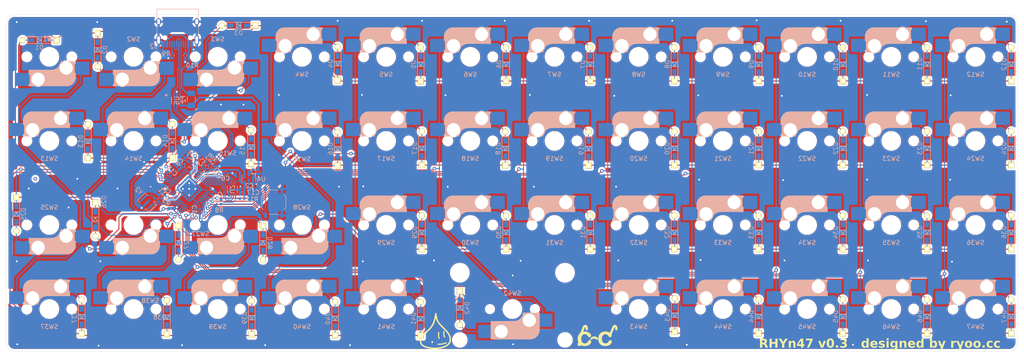
<source format=kicad_pcb>
(kicad_pcb (version 20241229) (generator "pcbnew") (generator_version "9.0")
  (title_block (title "RHYn-OC47") (date "2025-05-04"))
  (layers (0 "F.Cu" signal) (2 "B.Cu" signal) (13 "F.Paste" user) (15 "B.Paste" user) (5 "F.SilkS" user "F.Silkscreen") (7 "B.SilkS" user "B.Silkscreen") (1 "F.Mask" user) (3 "B.Mask" user) (25 "Edge.Cuts" user))
  (net 0 "")
  (net 1 "Row0")
  (net 2 "Net-(D1-A)")
  (net 3 "Net-(D2-A)")
  (net 4 "Net-(D3-A)")
  (net 5 "Net-(D4-A)")
  (net 6 "Net-(D5-A)")
  (net 7 "Net-(D6-A)")
  (net 8 "Net-(D7-A)")
  (net 9 "Net-(D8-A)")
  (net 10 "Net-(D9-A)")
  (net 11 "Net-(D10-A)")
  (net 12 "Net-(D11-A)")
  (net 13 "Net-(D12-A)")
  (net 14 "Net-(D13-A)")
  (net 15 "Row1")
  (net 16 "Net-(D14-A)")
  (net 17 "Net-(D15-A)")
  (net 18 "Net-(D16-A)")
  (net 19 "Net-(D17-A)")
  (net 20 "Net-(D18-A)")
  (net 21 "Net-(D19-A)")
  (net 22 "Net-(D20-A)")
  (net 23 "Net-(D21-A)")
  (net 24 "Net-(D22-A)")
  (net 25 "Net-(D23-A)")
  (net 26 "Net-(D24-A)")
  (net 27 "Net-(D25-A)")
  (net 28 "Row2")
  (net 29 "Net-(D26-A)")
  (net 30 "Net-(D27-A)")
  (net 31 "Net-(D28-A)")
  (net 32 "Net-(D29-A)")
  (net 33 "Net-(D30-A)")
  (net 34 "Net-(D31-A)")
  (net 35 "Net-(D32-A)")
  (net 36 "Net-(D33-A)")
  (net 37 "Net-(D34-A)")
  (net 38 "Net-(D35-A)")
  (net 39 "Net-(D36-A)")
  (net 40 "Net-(D37-A)")
  (net 41 "Row3")
  (net 42 "Net-(D38-A)")
  (net 43 "Net-(D39-A)")
  (net 44 "Net-(D40-A)")
  (net 45 "Net-(D41-A)")
  (net 46 "Net-(D42-A)")
  (net 47 "Net-(D43-A)")
  (net 48 "Net-(D44-A)")
  (net 49 "Net-(D45-A)")
  (net 50 "Net-(D46-A)")
  (net 51 "Net-(D47-A)")
  (net 52 "Col0")
  (net 53 "Col1")
  (net 54 "Col2")
  (net 55 "Col3")
  (net 56 "Col4")
  (net 57 "Col5")
  (net 58 "Col6")
  (net 59 "Col7")
  (net 60 "Col8")
  (net 61 "Col9")
  (net 62 "Col10")
  (net 63 "Col11")
  (net 64 "GND")
  (net 65 "+1V1")
  (net 66 "+3V3")
  (net 67 "+5V")
  (net 68 "Net-(R3-Pad1)")
  (net 70 "VBUS")
  (net 71 "D-")
  (net 72 "D+")
  (net 73 "Net-(U1-USB_DP)")
  (net 74 "Net-(U1-USB_DM)")
  (net 75 "Net-(U1-XOUT)")
  (net 76 "QSPI_SS")
  (net 77 "USB_BOOT")
  (net 80 "QSPI_SD0")
  (net 81 "QSPI_SCLK")
  (net 85 "QSPI_SD3")
  (net 86 "QSPI_SD2")
  (net 87 "Net-(U1-XIN)")
  (net 89 "QSPI_SD1")
  (net 92 "Net-(J2-CC1)")
  (net 94 "Net-(J2-CC2)")
  (net 101 "unconnected-(U1-GPIO18-Pad29)")
  (footprint "kbd_SW:CherryMX_Hotswap_2u" (layer "F.Cu") (at 159.5438 111.9187 180)
    (property "Reference" "SW42")
    (property "Value" "SW_PUSH" (hide yes))
  )
  (footprint "kbd_Parts:Diode_TH_SMD" (layer "F.Cu") (at 120 75.6 90)
    (property "Reference" "D16")
    (property "Value" "D" (hide yes))
  )
  (footprint "kbd_Parts:Diode_TH_SMD" (layer "F.Cu") (at 234.315 75.4856 90)
    (property "Reference" "D22")
    (property "Value" "D" (hide yes))
  )
  (footprint "kbd_SW:CherryMX_Hotswap_1u" (layer "F.Cu") (at 169.0688 73.8187)
    (property "Reference" "SW19")
    (property "Value" "SW_PUSH" (hide yes))
  )
  (footprint "kbd_SW:CherryMX_Hotswap_1u" (layer "F.Cu") (at 264.3188 54.7687)
    (property "Reference" "SW12")
    (property "Value" "SW_PUSH" (hide yes))
  )
  (footprint "kbd_SW:CherryMX_Hotswap_1u" (layer "F.Cu") (at 111.9188 92.8687 180)
    (property "Reference" "SW28")
    (property "Value" "SW_PUSH" (hide yes))
  )
  (footprint "kbd_Parts:Diode_TH_SMD" (layer "F.Cu") (at 84 96.89 -90)
    (property "Reference" "D27")
    (property "Value" "D" (hide yes))
  )
  (footprint "kbd_Parts:Diode_TH_SMD" (layer "F.Cu") (at 253.365 113.5856 90)
    (property "Reference" "D46")
    (property "Value" "D" (hide yes))
  )
  (footprint "kbd_Parts:Diode_TH_SMD" (layer "F.Cu") (at 82.6 73.8 90)
    (property "Reference" "D14")
    (property "Value" "D" (hide yes))
  )
  (footprint "kbd_SW:CherryMX_Hotswap_1u" (layer "F.Cu") (at 54.7688 73.8187)
    (property "Reference" "SW13")
    (property "Value" "SW_PUSH" (hide yes))
  )
  (footprint "kbd_SW:CherryMX_Hotswap_1u" (layer "F.Cu") (at 111.9188 111.9187)
    (property "Reference" "SW40")
    (property "Value" "SW_PUSH" (hide yes))
  )
  (footprint "kbd_Parts:Diode_TH_SMD" (layer "F.Cu") (at 234.315 94.5356 90)
    (property "Reference" "D34")
    (property "Value" "D" (hide yes))
  )
  (footprint "kbd_Parts:Diode_TH_SMD" (layer "F.Cu") (at 52.5 51 180)
    (property "Reference" "D1")
    (property "Value" "D" (hide yes))
  )
  (footprint "kbd_Parts:Diode_TH_SMD" (layer "F.Cu") (at 47.3 90.4 -90)
    (property "Reference" "D25")
    (property "Value" "D" (hide yes))
  )
  (footprint "kbd_Parts:Diode_TH_SMD" (layer "F.Cu") (at 177.165 56.4356 90)
    (property "Reference" "D7")
    (property "Value" "D" (hide yes))
  )
  (footprint "kbd_Parts:Diode_TH_SMD" (layer "F.Cu") (at 272.415 94.5356 90)
    (property "Reference" "D36")
    (property "Value" "D" (hide yes))
  )
  (footprint "kbd_SW:CherryMX_Hotswap_1u" (layer "F.Cu") (at 73.8188 73.8187)
    (property "Reference" "SW14")
    (property "Value" "SW_PUSH" (hide yes))
  )
  (footprint "kbd_Parts:Diode_TH_SMD" (layer "F.Cu") (at 234.315 56.4356 90)
    (property "Reference" "D10")
    (property "Value" "D" (hide yes))
  )
  (footprint "kbd_SW:CherryMX_Hotswap_1u" (layer "F.Cu") (at 207.1688 73.8187)
    (property "Reference" "SW21")
    (property "Value" "SW_PUSH" (hide yes))
  )
  (footprint "kbd_SW:CherryMX_Hotswap_1u" (layer "F.Cu") (at 169.0688 54.7687)
    (property "Reference" "SW7")
    (property "Value" "SW_PUSH" (hide yes))
  )
  (footprint "kbd_Parts:Diode_TH_SMD" (layer "F.Cu") (at 196.215 94.5356 90)
    (property "Reference" "D32")
    (property "Value" "D" (hide yes))
  )
  (footprint "kbd_Parts:Diode_TH_SMD" (layer "F.Cu") (at 196.215 56.4356 90)
    (property "Reference" "D8")
    (property "Value" "D" (hide yes))
  )
  (footprint "kbd_SW:CherryMX_Hotswap_1u" (layer "F.Cu") (at 130.9688 111.9187)
    (property "Reference" "SW41")
    (property "Value" "SW_PUSH" (hide yes))
  )
  (footprint "rhyn-ow:clikclak_icon_1cm" (layer "F.Cu") (at 178.627983 117.706454)
    (property "Reference" "G***" (hide yes))
    (property "Value" "LOGO" (hide yes))
  )
  (footprint "kbd_SW:CherryMX_Hotswap_1u" (layer "F.Cu") (at 188.1188 92.8687)
    (property "Reference" "SW32")
    (property "Value" "SW_PUSH" (hide yes))
  )
  (footprint "kbd_Parts:Diode_TH_SMD" (layer "F.Cu") (at 215.265 75.4856 90)
    (property "Reference" "D21")
    (property "Value" "D" (hide yes))
  )
  (footprint "kbd_SW:CherryMX_Hotswap_1u" (layer "F.Cu") (at 226.2188 54.7687)
    (property "Reference" "SW10")
    (property "Value" "SW_PUSH" (hide yes))
  )
  (footprint "kbd_SW:CherryMX_Hotswap_1u" (layer "F.Cu") (at 264.3188 111.9187)
    (property "Reference" "SW47")
    (property "Value" "SW_PUSH" (hide yes))
  )
  (footprint "kbd_SW:CherryMX_Hotswap_1u" (layer "F.Cu") (at 150.0188 92.8687)
    (property "Reference" "SW30")
    (property "Value" "SW_PUSH" (hide yes))
  )
  (footprint "kbd_SW:CherryMX_Hotswap_1u" (layer "F.Cu") (at 92.8688 111.9187)
    (property "Reference" "SW39")
    (property "Value" "SW_PUSH" (hide yes))
  )
  (footprint "kbd_Parts:Diode_TH_SMD" (layer "F.Cu") (at 100.56 113.875 90)
    (property "Reference" "D39")
    (property "Value" "D" (hide yes))
  )
  (footprint "kbd_SW:CherryMX_Hotswap_1u" (layer "F.Cu") (at 54.7688 54.7687 180)
    (property "Reference" "SW1")
    (property "Value" "SW_PUSH" (hide yes))
  )
  (footprint "kbd_Parts:Diode_TH_SMD" (layer "F.Cu") (at 65.7 53.2 -90)
    (property "Reference" "D2")
    (property "Value" "D" (hide yes))
  )
  (footprint "kbd_SW:CherryMX_Hotswap_1u" (layer "F.Cu") (at 188.1188 54.7687)
    (property "Reference" "SW8")
    (property "Value" "SW_PUSH" (hide yes))
  )
  (footprint "kbd_Parts:Diode_TH_SMD" (layer "F.Cu") (at 120 56.3 90)
    (property "Reference" "D4")
    (property "Value" "D" (hide yes))
  )
  (footprint "kbd_SW:CherryMX_Hotswap_1u" (layer "F.Cu") (at 264.3188 73.8187)
    (property "Reference" "SW24")
    (property "Value" "SW_PUSH" (hide yes))
  )
  (footprint "kbd_SW:CherryMX_Hotswap_1u" (layer "F.Cu") (at 54.7688 92.8687 180)
    (property "Reference" "SW25")
    (property "Value" "SW_PUSH" (hide yes))
  )
  (footprint "kbd_Parts:Diode_TH_SMD" (layer "F.Cu") (at 253.365 94.5356 90)
    (property "Reference" "D35")
    (property "Value" "D" (hide yes))
  )
  (footprint "kbd_Parts:Diode_TH_SMD" (layer "F.Cu") (at 62.08 113.64 90)
    (property "Reference" "D37")
    (property "Value" "D" (hide yes))
  )
  (footprint "kbd_Parts:Diode_TH_SMD" (layer "F.Cu") (at 65.2 91.6 -90)
    (property "Reference" "D26")
    (property "Value" "D" (hide yes))
  )
  (footprint "kbd_Parts:Diode_TH_SMD" (layer "F.Cu") (at 196.215 75.4856 90)
    (property "Reference" "D20")
    (property "Value" "D" (hide yes))
  )
  (footprint "kbd_Parts:Diode_TH_SMD" (layer "F.Cu") (at 138.79 56.45 90)
    (property "Reference" "D5")
    (property "Value" "D" (hide yes))
  )
  (footprint "kbd_Parts:Diode_TH_SMD" (layer "F.Cu") (at 119.44 114.03 90)
    (property "Reference" "D40")
    (property "Value" "D" (hide yes))
  )
  (footprint "kbd_Parts:Diode_TH_SMD" (layer "F.Cu") (at 138.78 114.09 90)
    (property "Reference" "D41")
    (property "Value" "D" (hide yes))
  )
  (footprint "kbd_Parts:Diode_TH_SMD" (layer "F.Cu") (at 139.065 94.5356 90)
    (property "Reference" "D29")
    (property "Value" "D" (hide yes))
  )
  (footprint "kbd_Parts:Diode_TH_SMD" (layer "F.Cu") (at 272.415 56.4356 90)
    (property "Reference" "D12")
    (property "Value" "D" (hide yes))
  )
  (footprint "kbd_Parts:Diode_TH_SMD" (layer "F.Cu") (at 147.6375 111.6806 -90)
    (property "Reference" "D42")
    (property "Value" "D" (hide yes))
  )
  (footprint "kbd_SW:CherryMX_Hotswap_1u" (layer "F.Cu") (at 245.2688 111.9187)
    (property "Reference" "SW46")
    (property "Value" "SW_PUSH" (hide yes))
  )
  (footprint "kbd_SW:CherryMX_Hotswap_1u" (layer "F.Cu") (at 130.9688 73.8187)
    (property "Reference" "SW17")
    (property "Value" "SW_PUSH" (hide yes))
  )
  (footprint "kbd_Parts:Diode_TH_SMD" (layer "F.Cu") (at 177.165 94.5356 90)
    (property "Reference" "D31")
    (property "Value" "D" (hide yes))
  )
  (footprint "kbd_SW:CherryMX_Hotswap_1u" (layer "F.Cu") (at 150.0188 73.8187)
    (property "Reference" "SW18")
    (property "Value" "SW_PUSH" (hide yes))
  )
  (footprint "kbd_Parts:Diode_TH_SMD" (layer "F.Cu") (at 81.35 113.77 90)
    (property "Reference" "D38")
    (property "Value" "D" (hide yes))
  )
  (footprint "kbd_Parts:Diode_TH_SMD" (layer "F.Cu") (at 103.1 96.9 -90)
    (property "Reference" "D28")
    (property "Value" "D" (hide yes))
  )
  (footprint "kbd_SW:CherryMX_Hotswap_1u" (layer "F.Cu") (at 92.8688 73.8187)
    (property "Reference" "SW15")
    (property "Value" "SW_PUSH" (hide yes))
  )
  (footprint "kbd_SW:CherryMX_Hotswap_1u" (layer "F.Cu") (at 111.9188 54.7687)
    (property "Reference" "SW4")
    (property "Value" "SW_PUSH" (hide yes))
  )
  (footprint "kbd_SW:CherryMX_Hotswap_1u" (layer "F.Cu") (at 207.1688 92.8687)
    (property "Reference" "SW33")
    (property "Value" "SW_PUSH" (hide yes))
  )
  (footprint "kbd_Parts:Diode_TH_SMD" (layer "F.Cu") (at 158.115 56.4356 90)
    (property "Reference" "D6")
    (property "Value" "D" (hide yes))
  )
  (footprint "kbd_SW:CherryMX_Hotswap_1u" (layer "F.Cu") (at 226.2188 111.9187)
    (property "Reference" "SW45")
    (property "Value" "SW_PUSH" (hide yes))
  )
  (footprint "kbd_SW:CherryMX_Hotswap_1u" (layer "F.Cu") (at 226.2188 73.8187)
    (property "Reference" "SW22")
    (property "Value" "SW_PUSH" (hide yes))
  )
  (footprint "kbd_SW:CherryMX_Hotswap_1u" (layer "F.Cu") (at 207.1688 54.7687)
    (property "Reference" "SW9")
    (property "Value" "SW_PUSH" (hide yes))
  )
  (footprint "kbd_SW:CherryMX_Hotswap_1u" (layer "F.Cu") (at 54.7688 111.9187)
    (property "Reference" "SW37")
    (property "Value" "SW_PUSH" (hide yes))
  )
  (footprint "kbd_Parts:Diode_TH_SMD" (layer "F.Cu") (at 272.415 113.5856 90)
    (property "Reference" "D47")
    (property "Value" "D" (hide yes))
  )
  (footprint "kbd_SW:CherryMX_Hotswap_1u" (layer "F.Cu") (at 73.8188 54.7687 180)
    (property "Reference" "SW2")
    (property "Value" "SW_PUSH" (hide yes))
  )
  (footprint "kbd_Parts:Diode_TH_SMD" (layer "F.Cu") (at 97.6 47.7 180)
    (property "Reference" "D3")
    (property "Value" "D" (hide yes))
  )
  (footprint "kbd_Parts:Diode_TH_SMD" (layer "F.Cu") (at 100.4 75.2 90)
    (property "Reference" "D15")
    (property "Value" "D" (hide yes))
  )
  (footprint "rhyn-ow:ryoo_icon_1cm" (layer "F.Cu") (at 142.1 117)
    (property "Reference" "G***" (hide yes))
    (property "Value" "LOGO" (hide yes))
  )
  (footprint "kbd_SW:CherryMX_Hotswap_1u" (layer "F.Cu") (at 111.9188 73.8187)
    (property "Reference" "SW16")
    (property "Value" "SW_PUSH" (hide yes))
  )
  (footprint "kbd_Parts:Diode_TH_SMD" (layer "F.Cu") (at 253.365 75.4856 90)
    (property "Reference" "D23")
    (property "Value" "D" (hide yes))
  )
  (footprint "kbd_SW:CherryMX_Hotswap_1u" (layer "F.Cu") (at 92.8688 92.8687 180)
    (property "Reference" "SW27")
    (property "Value" "SW_PUSH" (hide yes))
  )
  (footprint "kbd_SW:CherryMX_Hotswap_1u" (layer "F.Cu") (at 245.2688 73.8187)
    (property "Reference" "SW23")
    (property "Value" "SW_PUSH" (hide yes))
  )
  (footprint "kbd_SW:CherryMX_Hotswap_1u" (layer "F.Cu") (at 226.2188 92.8687)
    (property "Reference" "SW34")
    (property "Value" "SW_PUSH" (hide yes))
  )
  (footprint "kbd_SW:CherryMX_Hotswap_1u" (layer "F.Cu") (at 264.3188 92.8687)
    (property "Reference" "SW36")
    (property "Value" "SW_PUSH" (hide yes))
  )
  (footprint "kbd_Parts:Diode_TH_SMD" (layer "F.Cu") (at 215.265 56.4356 90)
    (property "Reference" "D9")
    (property "Value" "D" (hide yes))
  )
  (footprint "kbd_SW:CherryMX_Hotswap_1u" (layer "F.Cu") (at 73.8188 92.8687 180)
    (property "Reference" "SW26")
    (property "Value" "SW_PUSH" (hide yes))
  )
  (footprint "kbd_SW:CherryMX_Hotswap_1u" (layer "F.Cu") (at 188.1188 73.8187)
    (property "Reference" "SW20")
    (property "Value" "SW_PUSH" (hide yes))
  )
  (footprint "kbd_Parts:Diode_TH_SMD" (layer "F.Cu") (at 176.77 75.56 90)
    (property "Reference" "D19")
    (property "Value" "D" (hide yes))
  )
  (footprint "kbd_SW:CherryMX_Hotswap_1u" (layer "F.Cu") (at 73.8188 111.9187)
    (property "Reference" "SW38")
    (property "Value" "SW_PUSH" (hide yes))
  )
  (footprint "kbd_SW:CherryMX_Hotswap_1u" (layer "F.Cu") (at 150.0188 54.7687)
    (property "Reference" "SW6")
    (property "Value" "SW_PUSH" (hide yes))
  )
  (footprint "kbd_SW:CherryMX_Hotswap_1u" (layer "F.Cu") (at 130.9688 54.7687)
    (property "Reference" "SW5")
    (property "Value" "SW_PUSH" (hide yes))
  )
  (footprint "kbd_Parts:Diode_TH_SMD" (layer "F.Cu") (at 234.315 113.5856 90)
    (property "Reference" "D45")
    (property "Value" "D" (hide yes))
  )
  (footprint "kbd_SW:CherryMX_Hotswap_1u" (layer "F.Cu") (at 245.2688 54.7687)
    (property "Reference" "SW11")
    (property "Value" "SW_PUSH" (hide yes))
  )
  (footprint "kbd_SW:CherryMX_Hotswap_1u" (layer "F.Cu") (at 169.0688 92.8687)
    (property "Reference" "SW31")
    (property "Value" "SW_PUSH" (hide yes))
  )
  (footprint "kbd_SW:CherryMX_Hotswap_1u" (layer "F.Cu") (at 188.1188 111.9187)
    (property "Reference" "SW43")
    (property "Value" "SW_PUSH" (hide yes))
  )
  (footprint "kbd_SW:CherryMX_Hotswap_1u" (layer "F.Cu") (at 130.9688 92.8687)
    (property "Reference" "SW29")
    (property "Value" "SW_PUSH" (hide yes))
  )
  (footprint "kbd_Parts:Diode_TH_SMD" (layer "F.Cu") (at 63.5 73.9 90)
    (property "Reference" "D13")
    (property "Value" "D" (hide yes))
  )
  (footprint "kbd_SW:CherryMX_Hotswap_1u" (layer "F.Cu") (at 92.8688 54.7687 180)
    (property "Reference" "SW3")
    (property "Value" "SW_PUSH" (hide yes))
  )
  (footprint "kbd_Parts:Diode_TH_SMD" (layer "F.Cu") (at 139.065 75.4856 90)
    (property "Reference" "D17")
    (property "Value" "D" (hide yes))
  )
  (footprint "kbd_Parts:Diode_TH_SMD" (layer "F.Cu") (at 215.265 94.5356 90)
    (property "Reference" "D33")
    (property "Value" "D" (hide yes))
  )
  (footprint "kbd_Parts:Diode_TH_SMD" (layer "F.Cu") (at 272.415 75.4856 90)
    (property "Reference" "D24")
    (property "Value" "D" (hide yes))
  )
  (footprint "kbd_Parts:Diode_TH_SMD" (layer "F.Cu") (at 196.29 113.3 90)
    (property "Reference" "D43")
    (property "Value" "D" (hide yes))
  )
  (footprint "kbd_SW:CherryMX_Hotswap_1u" (layer "F.Cu") (at 207.1688 111.9187)
    (property "Reference" "SW44")
    (property "Value" "SW_PUSH" (hide yes))
  )
  (footprint "kbd_Parts:Diode_TH_SMD" (layer "F.Cu") (at 157.93 75.53 90)
    (property "Reference" "D18")
    (property "Value" "D" (hide yes))
  )
  (footprint "kbd_SW:CherryMX_Hotswap_1u" (layer "F.Cu") (at 245.2688 92.8687)
    (property "Reference" "SW35")
    (property "Value" "SW_PUSH" (hide yes))
  )
  (footprint "kbd_Parts:Diode_TH_SMD" (layer "F.Cu") (at 158.115 94.5356 90)
    (property "Reference" "D30")
    (property "Value" "D" (hide yes))
  )
  (footprint "kbd_Parts:Diode_TH_SMD" (layer "F.Cu") (at 215.265 113.5856 90)
    (property "Reference" "D44")
    (property "Value" "D" (hide yes))
  )
  (footprint "kbd_Parts:Diode_TH_SMD" (layer "F.Cu") (at 253.365 56.4356 90)
    (property "Reference" "D11")
    (property "Value" "D" (hide yes))
  )
  (footprint "Capacitor_SMD:C_0402_1005Metric" (layer "B.Cu") (at 88.360589 77.839411 45)
    (property "Reference" "C3")
    (property "Value" "2.2uF")
  )
  (footprint "Capacitor_SMD:C_0402_1005Metric" (layer "B.Cu") (at 92 85.71 45)
    (property "Reference" "C13")
    (property "Value" "100n")
  )
  (footprint "Resistor_SMD:R_0402_1005Metric" (layer "B.Cu") (at 93.6 87.61 -90)
    (property "Reference" "R8")
    (property "Value" "1KΩ")
  )
  (footprint "Capacitor_SMD:C_0402_1005Metric" (layer "B.Cu") (at 86.539411 77.339411 135)
    (property "Reference" "C4")
    (property "Value" "2.2uF")
  )
  (footprint "Capacitor_SMD:C_0402_1005Metric" (layer "B.Cu") (at 88.8 89.78 -90)
    (property "Reference" "C12")
    (property "Value" "100n")
  )
  (footprint "Button_Switch_SMD:SW_Push_1P1T_XKB_TS-1187A" (layer "B.Cu") (at 105.525 87.7 -90)
    (property "Reference" "SW48" (hide yes))
    (property "Value" "boot")
  )
  (footprint "Capacitor_SMD:C_0402_1005Metric" (layer "B.Cu") (at 94.63 81.14)
    (property "Reference" "C6")
    (property "Value" "100n")
  )
  (footprint "Package_DFN_QFN:QFN-56-1EP_7x7mm_P0.4mm_EP3.2x3.2mm" (layer "B.Cu") (at 86.407798 84.669157 135)
    (property "Reference" "U1")
    (property "Value" "RP2040")
  )
  (footprint "Resistor_SMD:R_0402_1005Metric" (layer "B.Cu") (at 85.486875 54.496875 90)
    (property "Reference" "R10")
    (property "Value" "5.1k")
  )
  (footprint "Capacitor_SMD:C_0402_1005Metric" (layer "B.Cu") (at 98.42 84.9 180)
    (property "Reference" "C2")
    (property "Value" "10uF")
  )
  (footprint "Connector_USB:USB_C_Receptacle_HRO_TYPE-C-31-M-12" (layer "B.Cu") (at 83.8 47.84)
    (property "Reference" "J2")
    (property "Value" "USB_C_Receptacle_USB2.0_16P")
  )
  (footprint "Fuse:Fuse_1206_3216Metric" (layer "B.Cu") (at 86.9 64.400001 -90)
    (property "Reference" "F2")
    (property "Value" "fuse")
  )
  (footprint "Package_TO_SOT_SMD:SOT-23-3" (layer "B.Cu") (at 99.9 82.3375 90)
    (property "Reference" "U4")
    (property "Value" "XC6206P332MR")
  )
  (footprint "Capacitor_SMD:C_0402_1005Metric" (layer "B.Cu") (at 91.73 79.9 45)
    (property "Reference" "C9")
    (property "Value" "100n")
  )
  (footprint "Capacitor_SMD:C_0402_1005Metric" (layer "B.Cu") (at 85.060589 79.439411 -135)
    (property "Reference" "C8")
    (property "Value" "100n")
  )
  (footprint "Resistor_SMD:R_0402_1005Metric" (layer "B.Cu") (at 90.47 79.72 -135)
    (property "Reference" "R1")
    (property "Value" "27")
  )
  (footprint "Resistor_SMD:R_0402_1005Metric" (layer "B.Cu") (at 82.629375 54.496875 90)
    (property "Reference" "R9")
    (property "Value" "5.1k")
  )
  (footprint "Resistor_SMD:R_0402_1005Metric" (layer "B.Cu") (at 89.73 78.97 -135)
    (property "Reference" "R2")
    (property "Value" "27")
  )
  (footprint "Capacitor_SMD:C_0402_1005Metric" (layer "B.Cu") (at 81.7 81.4 135)
    (property "Reference" "C10")
    (property "Value" "100n")
  )
  (footprint "Crystal:Resonator_SMD_Murata_CSTxExxV-3Pin_3.0x1.1mm" (layer "B.Cu") (at 76.851472 87.751472 135)
    (property "Reference" "Y2")
    (property "Value" "12MHz")
  )
  (footprint "yk:W25Q16JVUXIQ_WIN" (layer "B.Cu") (at 96.149999 84.795999 90)
    (property "Reference" "U2")
    (property "Value" "W25Q16JVUXIQ")
  )
  (footprint "Resistor_SMD:R_0402_1005Metric" (layer "B.Cu") (at 79 87.2 -45)
    (property "Reference" "R3")
    (property "Value" "1k")
  )
  (footprint "Capacitor_SMD:C_0402_1005Metric" (layer "B.Cu") (at 85.789411 78.059411 135)
    (property "Reference" "C7")
    (property "Value" "100n")
  )
  (footprint "Capacitor_SMD:C_0402_1005Metric" (layer "B.Cu") (at 102.1 80.78 -90)
    (property "Reference" "C1")
    (property "Value" "10uF")
  )
  (footprint "Resistor_SMD:R_0402_1005Metric" (layer "B.Cu") (at 98.39 86.9)
    (property "Reference" "R11")
    (property "Value" "10kΩ")
  )
  (footprint "Capacitor_SMD:C_0402_1005Metric" (layer "B.Cu") (at 79.839411 86.439411 135)
    (property "Reference" "C11")
    (property "Value" "100n")
  )
  (footprint "yk2:SOT-363-6_2P2X1P35_ONS" (layer "B.Cu") (at 83.650001 64.6525 -90)
    (property "Reference" "U5")
    (property "Value" "SMF05CT1G")
  )
  (footprint "Capacitor_SMD:C_0402_1005Metric" (layer "B.Cu") (at 80.560589 85.760589 135)
    (property "Reference" "C5")
    (property "Value" "100n")
  )
  (footprint "Capacitor_SMD:C_0402_1005Metric" (layer "B.Cu") (at 98.4 85.9 180)
    (property "Reference" "C17")
    (property "Value" "100nF")
  )
  (gr_arc (start 273.843751 119.538751) (mid 273.285789 120.885789) (end 271.938751 121.443751) (stroke (width 0.05)) (layer "Edge.Cuts"))
  (gr_line (start 46.910624 121.443751) (end 271.938751 121.44375) (stroke (width 0.05)) (layer "Edge.Cuts"))
  (gr_line (start 45.005625 47.14875) (end 45.005625 119.53875) (stroke (width 0.05)) (layer "Edge.Cuts"))
  (gr_arc (start 271.93875 45.24375) (mid 273.285788 45.801712) (end 273.84375 47.14875) (stroke (width 0.05)) (layer "Edge.Cuts"))
  (gr_line (start 271.93875 45.24375) (end 46.920359 45.24375) (stroke (width 0.05)) (layer "Edge.Cuts"))
  (gr_arc (start 45.005625 47.14875) (mid 45.563587 45.801712) (end 46.910625 45.24375) (stroke (width 0.05)) (layer "Edge.Cuts"))
  (gr_arc (start 46.910624 121.443751) (mid 45.563586 120.885789) (end 45.005624 119.538751) (stroke (width 0.05)) (layer "Edge.Cuts"))
  (gr_line (start 273.843751 119.538751) (end 273.84375 47.14875) (stroke (width 0.05)) (layer "Edge.Cuts"))
  (gr_text "RHYn47 v0.3   designed by ryoo.cc" (at 215.3 121 0) (layer "F.SilkS") (effects (font (size 2 2) (thickness 0.3) (bold yes)) (justify left bottom)))
  (via (at 51.6 82.4) (size 0.8) (drill 0.4) (layers "F.Cu" "B.Cu") (net 0))
  (segment (start 54.81 49.5) (end 48.4 49.5) (width 0.2) (layer "F.Cu") (net 1))
  (segment (start 109.1 47.7) (end 115 53.6) (width 0.2) (layer "F.Cu") (net 1))
  (segment (start 138.8044 60.2456) (end 138.79 60.26) (width 0.2) (layer "F.Cu") (net 1))
  (segment (start 138.79 60.26) (end 120.15 60.26) (width 0.2) (layer "F.Cu") (net 1))
  (segment (start 115 53.6) (end 115 55.11) (width 0.2) (layer "F.Cu") (net 1))
  (segment (start 120.15 60.26) (end 120 60.11) (width 0.2) (layer "F.Cu") (net 1))
  (segment (start 101.41 47.7) (end 109.1 47.7) (width 0.2) (layer "F.Cu") (net 1))
  (segment (start 66.09 49) (end 100.2 49) (width 0.2) (layer "F.Cu") (net 1))
  (segment (start 48.1 79.5) (end 79.15 79.5) (width 0.2) (layer "F.Cu") (net 1))
  (segment (start 47.1 78.5) (end 48.1 79.5) (width 0.2) (layer "F.Cu") (net 1))
  (segment (start 65.7 49.39) (end 57.92 49.39) (width 0.2) (layer "F.Cu") (net 1))
  (segment (start 57.92 49.39) (end 56.31 51) (width 0.2) (layer "F.Cu") (net 1))
  (segment (start 79.15 79.5) (end 80.12 80.47) (width 0.2) (layer "F.Cu") (net 1))
  (segment (start 272.415 60.2456) (end 138.8044 60.2456) (width 0.2) (layer "F.Cu") (net 1))
  (segment (start 100.2 49) (end 101.41 47.79) (width 0.2) (layer "F.Cu") (net 1))
  (segment (start 48.4 49.5) (end 47.1 50.8) (width 0.2) (layer "F.Cu") (net 1))
  (segment (start 56.31 51) (end 54.81 49.5) (width 0.2) (layer "F.Cu") (net 1))
  (segment (start 65.7 49.39) (end 66.09 49) (width 0.2) (layer "F.Cu") (net 1))
  (segment (start 101.41 47.79) (end 101.41 47.7) (width 0.2) (layer "F.Cu") (net 1))
  (segment (start 47.1 50.8) (end 47.1 78.5) (width 0.2) (layer "F.Cu") (net 1))
  (segment (start 115 55.11) (end 120 60.11) (width 0.2) (layer "F.Cu") (net 1))
  (via (at 80.12 80.47) (size 0.8) (drill 0.4) (layers "F.Cu" "B.Cu") (net 1))
  (segment (start 80.12 80.85) (end 81.74 82.47) (width 0.2) (layer "B.Cu") (net 1))
  (segment (start 196.215 58.2106) (end 196.215 60.2456) (width 0.2) (layer "B.Cu") (net 1))
  (segment (start 80.12 80.47) (end 80.12 80.85) (width 0.2) (layer "B.Cu") (net 1))
  (segment (start 138.79 58.225) (end 138.79 60.26) (width 0.2) (layer "B.Cu") (net 1))
  (segment (start 177.165 58.2106) (end 177.165 60.2456) (width 0.2) (layer "B.Cu") (net 1))
  (segment (start 120 58.075) (end 120 60.11) (width 0.2) (layer "B.Cu") (net 1))
  (segment (start 253.365 58.2106) (end 253.365 60.2456) (width 0.2) (layer "B.Cu") (net 1))
  (segment (start 234.315 58.2106) (end 234.315 60.2456) (width 0.2) (layer "B.Cu") (net 1))
  (segment (start 215.265 58.2106) (end 215.265 60.2456) (width 0.2) (layer "B.Cu") (net 1))
  (segment (start 272.415 58.2106) (end 272.415 60.2456) (width 0.2) (layer "B.Cu") (net 1))
  (segment (start 54.275 51) (end 56.31 51) (width 0.2) (layer "B.Cu") (net 1))
  (segment (start 65.7 51.425) (end 65.7 49.39) (width 0.2) (layer "B.Cu") (net 1))
  (segment (start 99.375 47.7) (end 101.41 47.7) (width 0.2) (layer "B.Cu") (net 1))
  (segment (start 158.115 58.2106) (end 158.115 60.2456) (width 0.2) (layer "B.Cu") (net 1))
  (segment (start 81.74 82.47) (end 82.228742 82.47) (width 0.2) (layer "B.Cu") (net 1))
  (segment (start 82.228742 82.47) (end 82.987169 83.228427) (width 0.2) (layer "B.Cu") (net 1))
  (segment (start 47.9915 58.8114) (end 47.9915 51.6985) (width 0.2) (layer "B.Cu") (net 2))
  (segment (start 48.69 51) (end 50.725 51) (width 0.2) (layer "B.Cu") (net 2))
  (segment (start 49.0688 59.8887) (end 47.9915 58.8114) (width 0.2) (layer "B.Cu") (net 2))
  (segment (start 47.9915 51.6985) (end 48.69 51) (width 0.2) (layer "B.Cu") (net 2))
  (segment (start 68.1188 59.4288) (end 65.7 57.01) (width 0.2) (layer "B.Cu") (net 3))
  (segment (start 65.7 57.01) (end 65.7 54.975) (width 0.2) (layer "B.Cu") (net 3))
  (segment (start 68.1188 59.8887) (end 68.1188 59.4288) (width 0.2) (layer "B.Cu") (net 3))
  (segment (start 90.2 55.5) (end 87.1688 58.5312) (width 0.2) (layer "B.Cu") (net 4))
  (segment (start 87.1688 58.5312) (end 87.1688 59.8887) (width 0.2) (layer "B.Cu") (net 4))
  (segment (start 90.2 51.29) (end 90.2 55.5) (width 0.2) (layer "B.Cu") (net 4))
  (segment (start 95.825 47.7) (end 93.79 47.7) (width 0.2) (layer "B.Cu") (net 4))
  (segment (start 93.79 47.7) (end 90.2 51.29) (width 0.2) (layer "B.Cu") (net 4))
  (segment (start 120 52.49) (end 120 54.525) (width 0.2) (layer "B.Cu") (net 5))
  (segment (start 117.6188 50.1088) (end 120 52.49) (width 0.2) (layer "B.Cu") (net 5))
  (segment (start 117.6188 49.6487) (end 117.6188 50.1088) (width 0.2) (layer "B.Cu") (net 5))
  (segment (start 138.79 52.64) (end 138.79 54.675) (width 0.2) (layer "B.Cu") (net 6))
  (segment (start 136.6688 50.5188) (end 138.79 52.64) (width 0.2) (layer "B.Cu") (net 6))
  (segment (start 136.6688 49.6487) (end 136.6688 50.5188) (width 0.2) (layer "B.Cu") (net 6))
  (segment (start 155.7188 49.6487) (end 155.7188 50.2294) (width 0.2) (layer "B.Cu") (net 7))
  (segment (start 155.7188 50.2294) (end 158.115 52.6256) (width 0.2) (layer "B.Cu") (net 7))
  (segment (start 158.115 52.6256) (end 158.115 54.6606) (width 0.2) (layer "B.Cu") (net 7))
  (segment (start 177.165 52.6256) (end 177.165 54.6606) (width 0.2) (layer "B.Cu") (net 8))
  (segment (start 174.7688 50.2294) (end 177.165 52.6256) (width 0.2) (layer "B.Cu") (net 8))
  (segment (start 174.7688 49.6487) (end 174.7688 50.2294) (width 0.2) (layer "B.Cu") (net 8))
  (segment (start 196.215 52.6256) (end 196.215 54.6606) (width 0.2) (layer "B.Cu") (net 9))
  (segment (start 193.8188 50.2294) (end 196.215 52.6256) (width 0.2) (layer "B.Cu") (net 9))
  (segment (start 193.8188 49.6487) (end 193.8188 50.2294) (width 0.2) (layer "B.Cu") (net 9))
  (segment (start 212.8688 50.2294) (end 215.265 52.6256) (width 0.2) (layer "B.Cu") (net 10))
  (segment (start 215.265 52.6256) (end 215.265 54.6606) (width 0.2) (layer "B.Cu") (net 10))
  (segment (start 212.8688 49.6487) (end 212.8688 50.2294) (width 0.2) (layer "B.Cu") (net 10))
  (segment (start 234.315 52.6256) (end 234.315 54.6606) (width 0.2) (layer "B.Cu") (net 11))
  (segment (start 231.9188 49.6487) (end 231.9188 50.2294) (width 0.2) (layer "B.Cu") (net 11))
  (segment (start 231.9188 50.2294) (end 234.315 52.6256) (width 0.2) (layer "B.Cu") (net 11))
  (segment (start 250.9688 49.6487) (end 250.9688 50.2294) (width 0.2) (layer "B.Cu") (net 12))
  (segment (start 253.365 52.6256) (end 253.365 54.6606) (width 0.2) (layer "B.Cu") (net 12))
  (segment (start 250.9688 50.2294) (end 253.365 52.6256) (width 0.2) (layer "B.Cu") (net 12))
  (segment (start 272.415 52.6256) (end 272.415 54.6606) (width 0.2) (layer "B.Cu") (net 13))
  (segment (start 270.0188 49.6487) (end 270.0188 50.2294) (width 0.2) (layer "B.Cu") (net 13))
  (segment (start 270.0188 50.2294) (end 272.415 52.6256) (width 0.2) (layer "B.Cu") (net 13))
  (segment (start 63.5 70.09) (end 63.5 72.125) (width 0.2) (layer "B.Cu") (net 14))
  (segment (start 62.1087 68.6987) (end 63.5 70.09) (width 0.2) (layer "B.Cu") (net 14))
  (segment (start 60.4688 68.6987) (end 62.1087 68.6987) (width 0.2) (layer "B.Cu") (net 14))
  (segment (start 82.5 77.71) (end 82.6 77.61) (width 0.2) (layer "F.Cu") (net 15))
  (segment (start 100.4 79.01) (end 106.49 79.01) (width 0.2) (layer "F.Cu") (net 15))
  (segment (start 272.415 79.2956) (end 139.065 79.2956) (width 0.2) (layer "F.Cu") (net 15))
  (segment (start 82.6 77.61) (end 85.0403 75.1697) (width 0.2) (layer "F.Cu") (net 15))
  (segment (start 106.49 79.01) (end 109.3 76.2) (width 0.2) (layer "F.Cu") (net 15))
  (segment (start 139.065 79.2956) (end 120.1144 79.2956) (width 0.2) (layer "F.Cu") (net 15))
  (segment (start 94.735284 79.01) (end 100.4 79.01) (width 0.2) (layer "F.Cu") (net 15))
  (segment (start 90.894984 75.1697) (end 94.735284 79.01) (width 0.2) (layer "F.Cu") (net 15))
  (segment (start 120.1144 79.2956) (end 120 79.41) (width 0.2) (layer "F.Cu") (net 15))
  (segment (start 82.6 77.61) (end 81.2 79.01) (width 0.2) (layer "F.Cu") (net 15))
  (segment (start 63.5 77.71) (end 82.5 77.71) (width 0.2) (layer "F.Cu") (net 15))
  (segment (start 81.2 79.01) (end 81.2 79.64) (width 0.2) (layer "F.Cu") (net 15))
  (segment (start 85.0403 75.1697) (end 90.894984 75.1697) (width 0.2) (layer "F.Cu") (net 15))
  (via (at 81.2 79.64) (size 0.8) (drill 0.4) (layers "F.Cu" "B.Cu") (net 15))
  (via (at 109.3 76.2) (size 0.8) (drill 0.4) (layers "F.Cu" "B.Cu") (net 15))
  (segment (start 81.2 79.64) (end 82.37 79.64) (width 0.2) (layer "B.Cu") (net 15))
  (segment (start 176.77 77.335) (end 176.77 79.37) (width 0.2) (layer "B.Cu") (net 15))
  (segment (start 234.315 77.2606) (end 234.315 79.2956) (width 0.2) (layer "B.Cu") (net 15))
  (segment (start 157.93 77.305) (end 157.93 79.34) (width 0.2) (layer "B.Cu") (net 15))
  (segment (start 83.224358 82.334246) (end 83.552854 82.662742) (width 0.2) (layer "B.Cu") (net 15))
  (segment (start 83.224358 80.494358) (end 83.224358 82.334246) (width 0.2) (layer "B.Cu") (net 15))
  (segment (start 272.415 77.2606) (end 272.415 79.2956) (width 0.2) (layer "B.Cu") (net 15))
  (segment (start 109.3 76.2) (end 112.51 79.41) (width 0.2) (layer "B.Cu") (net 15))
  (segment (start 120 77.375) (end 120 79.41) (width 0.2) (layer "B.Cu") (net 15))
  (segment (start 82.37 79.64) (end 83.224358 80.494358) (width 0.2) (layer "B.Cu") (net 15))
  (segment (start 112.51 79.41) (end 120 79.41) (width 0.2) (layer "B.Cu") (net 15))
  (segment (start 63.5 75.675) (end 63.5 77.71) (width 0.2) (layer "B.Cu") (net 15))
  (segment (start 196.215 77.2606) (end 196.215 79.2956) (width 0.2) (layer "B.Cu") (net 15))
  (segment (start 82.6 75.575) (end 82.6 77.61) (width 0.2) (layer "B.Cu") (net 15))
  (segment (start 215.265 77.2606) (end 215.265 79.2956) (width 0.2) (layer "B.Cu") (net 15))
  (segment (start 100.4 76.975) (end 100.4 79.01) (width 0.2) (layer "B.Cu") (net 15))
  (segment (start 139.065 77.2606) (end 139.065 79.2956) (width 0.2) (layer "B.Cu") (net 15))
  (segment (start 253.365 77.2606) (end 253.365 79.2956) (width 0.2) (layer "B.Cu") (net 15))
  (segment (start 82.6 69.99) (end 82.6 72.025) (width 0.2) (layer "B.Cu") (net 16))
  (segment (start 81.3087 68.6987) (end 82.6 69.99) (width 0.2) (layer "B.Cu") (net 16))
  (segment (start 79.5188 68.6987) (end 81.3087 68.6987) (width 0.2) (layer "B.Cu") (net 16))
  (segment (start 98.5688 68.6987) (end 98.5688 69.5588) (width 0.2) (layer "B.Cu") (net 17))
  (segment (start 98.5688 69.5588) (end 100.4 71.39) (width 0.2) (layer "B.Cu") (net 17))
  (segment (start 100.4 71.39) (end 100.4 73.425) (width 0.2) (layer "B.Cu") (net 17))
  (segment (start 117.6188 69.4088) (end 120 71.79) (width 0.2) (layer "B.Cu") (net 18))
  (segment (start 117.6188 68.6987) (end 117.6188 69.4088) (width 0.2) (layer "B.Cu") (net 18))
  (segment (start 120 71.79) (end 120 73.825) (width 0.2) (layer "B.Cu") (net 18))
  (segment (start 136.6688 69.2794) (end 139.065 71.6756) (width 0.2) (layer "B.Cu") (net 19))
  (segment (start 136.6688 68.6987) (end 136.6688 69.2794) (width 0.2) (layer "B.Cu") (net 19))
  (segment (start 139.065 71.6756) (end 139.065 73.7106) (width 0.2) (layer "B.Cu") (net 19))
  (segment (start 157.93 71.72) (end 157.93 73.755) (width 0.2) (layer "B.Cu") (net 20))
  (segment (start 155.7188 68.6987) (end 155.7188 69.5088) (width 0.2) (layer "B.Cu") (net 20))
  (segment (start 155.7188 69.5088) (end 157.93 71.72) (width 0.2) (layer "B.Cu") (net 20))
  (segment (start 174.7688 69.7488) (end 176.77 71.75) (width 0.2) (layer "B.Cu") (net 21))
  (segment (start 176.77 71.75) (end 176.77 73.785) (width 0.2) (layer "B.Cu") (net 21))
  (segment (start 174.7688 68.6987) (end 174.7688 69.7488) (width 0.2) (layer "B.Cu") (net 21))
  (segment (start 196.215 71.6756) (end 196.215 73.7106) (width 0.2) (layer "B.Cu") (net 22))
  (segment (start 193.8188 68.6987) (end 193.8188 69.2794) (width 0.2) (layer "B.Cu") (net 22))
  (segment (start 193.8188 69.2794) (end 196.215 71.6756) (width 0.2) (layer "B.Cu") (net 22))
  (segment (start 215.265 71.6756) (end 215.265 73.7106) (width 0.2) (layer "B.Cu") (net 23))
  (segment (start 212.8688 69.2794) (end 215.265 71.6756) (width 0.2) (layer "B.Cu") (net 23))
  (segment (start 212.8688 68.6987) (end 212.8688 69.2794) (width 0.2) (layer "B.Cu") (net 23))
  (segment (start 234.315 71.6756) (end 234.315 73.7106) (width 0.2) (layer "B.Cu") (net 24))
  (segment (start 231.9188 69.2794) (end 234.315 71.6756) (width 0.2) (layer "B.Cu") (net 24))
  (segment (start 231.9188 68.6987) (end 231.9188 69.2794) (width 0.2) (layer "B.Cu") (net 24))
  (segment (start 250.9688 69.2794) (end 253.365 71.6756) (width 0.2) (layer "B.Cu") (net 25))
  (segment (start 250.9688 68.6987) (end 250.9688 69.2794) (width 0.2) (layer "B.Cu") (net 25))
  (segment (start 253.365 71.6756) (end 253.365 73.7106) (width 0.2) (layer "B.Cu") (net 25))
  (segment (start 270.0188 68.6987) (end 270.0188 69.2794) (width 0.2) (layer "B.Cu") (net 26))
  (segment (start 270.0188 69.2794) (end 272.415 71.6756) (width 0.2) (layer "B.Cu") (net 26))
  (segment (start 272.415 71.6756) (end 272.415 73.7106) (width 0.2) (layer "B.Cu") (net 26))
  (segment (start 49.0688 97.9887) (end 47.3 96.2199) (width 0.2) (layer "B.Cu") (net 27))
  (segment (start 47.3 96.2199) (end 47.3 94.21) (width 0.2) (layer "B.Cu") (net 27))
  (segment (start 47.3 94.21) (end 47.3 92.175) (width 0.2) (layer "B.Cu") (net 27))
  (segment (start 272.415 98.3456) (end 139.065 98.3456) (width 0.2) (layer "F.Cu") (net 28))
  (segment (start 116.1 90.4) (end 119.9446 90.4) (width 0.2) (layer "F.Cu") (net 28))
  (segment (start 119.9446 90.4) (end 127.8902 98.3456) (width 0.2) (layer "F.Cu") (net 28))
  (segment (start 78.65076 80.3) (end 79.809488 81.458728) (width 0.2) (layer "F.Cu") (net 28))
  (segment (start 48.35 80.3) (end 78.65076 80.3) (width 0.2) (layer "F.Cu") (net 28))
  (segment (start 48.3 80.25) (end 48.35 80.3) (width 0.2) (layer "F.Cu") (net 28))
  (segment (start 47.3 86.59) (end 64 86.59) (width 0.2) (layer "F.Cu") (net 28))
  (segment (start 127.8902 98.3456) (end 139.065 98.3456) (width 0.2) (layer "F.Cu") (net 28))
  (segment (start 64 86.59) (end 65.2 87.79) (width 0.2) (layer "F.Cu") (net 28))
  (via (at 79.809488 81.458728) (size 0.8) (drill 0.4) (layers "F.Cu" "B.Cu") (net 28))
  (via (at 116.1 90.4) (size 0.8) (drill 0.4) (layers "F.Cu" "B.Cu") (net 28))
  (via (at 48.3 80.25) (size 0.8) (drill 0.4) (layers "F.Cu" "B.Cu") (net 28))
  (segment (start 82.014056 82.821) (end 82.704326 83.51127) (width 0.2) (layer "B.Cu") (net 28))
  (segment (start 81.32 90.4) (end 84 93.08) (width 0.2) (layer "B.Cu") (net 28))
  (segment (start 80.76076 82.41) (end 81.183612 82.41) (width 0.2) (layer "B.Cu") (net 28))
  (segment (start 158.115 96.3106) (end 158.115 98.3456) (width 0.2) (layer "B.Cu") (net 28))
  (segment (start 79.809488 81.458728) (end 80.76076 82.41) (width 0.2) (layer "B.Cu") (net 28))
  (segment (start 67.81 90.4) (end 81.32 90.4) (width 0.2) (layer "B.Cu") (net 28))
  (segment (start 115.1 93.012316) (end 115.1 91.3) (width 0.2) (layer "B.Cu") (net 28))
  (segment (start 215.265 96.3106) (end 215.265 98.3456) (width 0.2) (layer "B.Cu") (net 28))
  (segment (start 47.3 80.7) (end 47.3 86.59) (width 0.2) (layer "B.Cu") (net 28))
  (segment (start 116.1 90.4) (end 116.2 90.4) (width 0.2) (layer "B.Cu") (net 28))
  (segment (start 196.215 96.3106) (end 196.215 98.3456) (width 0.2) (layer "B.Cu") (net 28))
  (segment (start 86.1397 95.2197) (end 93.9803 95.2197) (width 0.2) (layer "B.Cu") (net 28))
  (segment (start 105.2297 95.2197) (end 112.892616 95.2197) (width 0.2) (layer "B.Cu") (net 28))
  (segment (start 93.9803 95.2197) (end 95.7 93.5) (width 0.2) (layer "B.Cu") (net 28))
  (segment (start 103.1 95.125) (end 103.1 93.09) (width 0.2) (layer "B.Cu") (net 28))
  (segment (start 115.1 91.3) (end 116 90.4) (width 0.2) (layer "B.Cu") (net 28))
  (segment (start 65.2 87.79) (end 67.81 90.4) (width 0.2) (layer "B.Cu") (net 28))
  (segment (start 84 95.115) (end 84 93.08) (width 0.2) (layer "B.Cu") (net 28))
  (segment (start 101.41 91.4) (end 103.1 93.09) (width 0.2) (layer "B.Cu") (net 28))
  (segment (start 139.065 96.3106) (end 139.065 98.3456) (width 0.2) (layer "B.Cu") (net 28))
  (segment (start 81.183612 82.41) (end 81.594611 82.821) (width 0.2) (layer "B.Cu") (net 28))
  (segment (start 177.165 96.3106) (end 177.165 98.3456) (width 0.2) (layer "B.Cu") (net 28))
  (segment (start 84 93.08) (end 86.1397 95.2197) (width 0.2) (layer "B.Cu") (net 28))
  (segment (start 272.415 96.3106) (end 272.415 98.3456) (width 0.2) (layer "B.Cu") (net 28))
  (segment (start 95.7 92.1) (end 96.4 91.4) (width 0.2) (layer "B.Cu") (net 28))
  (segment (start 47.75 80.25) (end 47.3 80.7) (width 0.2) (layer "B.Cu") (net 28))
  (segment (start 103.1 93.09) (end 105.2297 95.2197) (width 0.2) (layer "B.Cu") (net 28))
  (segment (start 96.4 91.4) (end 101.41 91.4) (width 0.2) (layer "B.Cu") (net 28))
  (segment (start 95.7 93.5) (end 95.7 92.1) (width 0.2) (layer "B.Cu") (net 28))
  (segment (start 81.594611 82.821) (end 82.014056 82.821) (width 0.2) (layer "B.Cu") (net 28))
  (segment (start 65.2 89.825) (end 65.2 87.79) (width 0.2) (layer "B.Cu") (net 28))
  (segment (start 47.3 88.625) (end 47.3 86.59) (width 0.2) (layer "B.Cu") (net 28))
  (segment (start 116 90.4) (end 116.1 90.4) (width 0.2) (layer "B.Cu") (net 28))
  (segment (start 234.315 96.3106) (end 234.315 98.3456) (width 0.2) (layer "B.Cu") (net 28))
  (segment (start 253.365 96.3106) (end 253.365 98.3456) (width 0.2) (layer "B.Cu") (net 28))
  (segment (start 112.892616 95.2197) (end 115.1 93.012316) (width 0.2) (layer "B.Cu") (net 28))
  (segment (start 48.3 80.25) (end 47.75 80.25) (width 0.2) (layer "B.Cu") (net 28))
  (segment (start 68.1188 97.9887) (end 67.7787 97.9887) (width 0.2) (layer "B.Cu") (net 29))
  (segment (start 67.7787 97.9887) (end 65.2 95.41) (width 0.2) (layer "B.Cu") (net 29))
  (segment (start 65.2 95.41) (end 65.2 93.375) (width 0.2) (layer "B.Cu") (net 29))
  (segment (start 86.7113 97.9887) (end 84 100.7) (width 0.2) (layer "B.Cu") (net 30))
  (segment (start 87.1688 97.9887) (end 86.7113 97.9887) (width 0.2) (layer "B.Cu") (net 30))
  (segment (start 84 100.7) (end 84 98.665) (width 0.2) (layer "B.Cu") (net 30))
  (segment (start 103.1 100.71) (end 103.1 98.675) (width 0.2) (layer "B.Cu") (net 31))
  (segment (start 106.2188 97.9887) (end 105.8213 97.9887) (width 0.2) (layer "B.Cu") (net 31))
  (segment (start 105.8213 97.9887) (end 103.1 100.71) (width 0.2) (layer "B.Cu") (net 31))
  (segment (start 139.065 90.7256) (end 139.065 92.7606) (width 0.2) (layer "B.Cu") (net 32))
  (segment (start 136.6688 88.3294) (end 139.065 90.7256) (width 0.2) (layer "B.Cu") (net 32))
  (segment (start 136.6688 87.7487) (end 136.6688 88.3294) (width 0.2) (layer "B.Cu") (net 32))
  (segment (start 155.7188 87.7487) (end 155.7188 88.3294) (width 0.2) (layer "B.Cu") (net 33))
  (segment (start 158.115 90.7256) (end 158.115 92.285) (width 0.2) (layer "B.Cu") (net 33))
  (segment (start 155.7188 88.3294) (end 158.115 90.7256) (width 0.2) (layer "B.Cu") (net 33))
  (segment (start 177.165 90.7256) (end 177.165 92.7606) (width 0.2) (layer "B.Cu") (net 34))
  (segment (start 174.7688 88.3294) (end 177.165 90.7256) (width 0.2) (layer "B.Cu") (net 34))
  (segment (start 174.7688 87.7487) (end 174.7688 88.3294) (width 0.2) (layer "B.Cu") (net 34))
  (segment (start 193.8188 87.7487) (end 193.8188 88.3294) (width 0.2) (layer "B.Cu") (net 35))
  (segment (start 196.215 90.7256) (end 196.215 92.7606) (width 0.2) (layer "B.Cu") (net 35))
  (segment (start 193.8188 88.3294) (end 196.215 90.7256) (width 0.2) (layer "B.Cu") (net 35))
  (segment (start 212.8688 87.7487) (end 212.8688 88.3294) (width 0.2) (layer "B.Cu") (net 36))
  (segment (start 212.8688 88.3294) (end 215.265 90.7256) (width 0.2) (layer "B.Cu") (net 36))
  (segment (start 215.265 90.7256) (end 215.265 92.7606) (width 0.2) (layer "B.Cu") (net 36))
  (segment (start 231.9188 87.7487) (end 231.9188 88.3294) (width 0.2) (layer "B.Cu") (net 37))
  (segment (start 234.315 90.7256) (end 234.315 92.7606) (width 0.2) (layer "B.Cu") (net 37))
  (segment (start 231.9188 88.3294) (end 234.315 90.7256) (width 0.2) (layer "B.Cu") (net 37))
  (segment (start 253.365 90.7256) (end 253.365 92.7606) (width 0.2) (layer "B.Cu") (net 38))
  (segment (start 250.9688 88.3294) (end 253.365 90.7256) (width 0.2) (layer "B.Cu") (net 38))
  (segment (start 250.9688 87.7487) (end 250.9688 88.3294) (width 0.2) (layer "B.Cu") (net 38))
  (segment (start 272.415 90.7256) (end 272.415 92.7606) (width 0.2) (layer "B.Cu") (net 39))
  (segment (start 270.0188 88.3294) (end 272.415 90.7256) (width 0.2) (layer "B.Cu") (net 39))
  (segment (start 270.0188 87.7487) (end 270.0188 88.3294) (width 0.2) (layer "B.Cu") (net 39))
  (segment (start 62.08 109.83) (end 62.08 111.865) (width 0.2) (layer "B.Cu") (net 40))
  (segment (start 60.4688 106.7987) (end 60.4688 108.2188) (width 0.2) (layer "B.Cu") (net 40))
  (segment (start 60.4688 108.2188) (end 62.08 109.83) (width 0.2) (layer "B.Cu") (net 40))
  (segment (start 155.792509 113.1697) (end 152.9366 113.1697) (width 0.2) (layer "F.Cu") (net 41))
  (segment (start 45.9 110.040503) (end 45.9 82.1) (width 0.2) (layer "F.Cu") (net 41))
  (segment (start 196.5756 117.3956) (end 196.29 117.11) (width 0.2) (layer "F.Cu") (net 41))
  (segment (start 62.53 117.9) (end 62.08 117.45) (width 0.2) (layer "F.Cu") (net 41))
  (segment (start 45.9 82.1) (end 47.1 80.9) (width 0.2) (layer "F.Cu") (net 41))
  (segment (start 47.1 80.9) (end 78.33152 80.9) (width 0.2) (layer "F.Cu") (net 41))
  (segment (start 138.78 117.9) (end 62.53 117.9) (width 0.2) (layer "F.Cu") (net 41))
  (segment (start 159.665509 117.0427) (end 155.792509 113.1697) (width 0.2) (layer "F.Cu") (net 41))
  (segment (start 78.33152 80.9) (end 79.96576 82.53424) (width 0.2) (layer "F.Cu") (net 41))
  (segment (start 152.9366 113.1697) (end 147.6375 107.8706) (width 0.2) (layer "F.Cu") (net 41))
  (segment (start 196.29 117.11) (end 196.2227 117.0427) (width 0.2) (layer "F.Cu") (net 41))
  (segment (start 147.6375 107.8706) (end 147.6375 109.0425) (width 0.2) (layer "F.Cu") (net 41))
  (segment (start 196.2227 117.0427) (end 159.665509 117.0427) (width 0.2) (layer "F.Cu") (net 41))
  (segment (start 62.08 117.45) (end 53.309497 117.45) (width 0.2) (layer "F.Cu") (net 41))
  (segment (start 53.309497 117.45) (end 45.9 110.040503) (width 0.2) (layer "F.Cu") (net 41))
  (segment (start 147.6375 109.0425) (end 138.78 117.9) (width 0.2) (layer "F.Cu") (net 41))
  (segment (start 272.415 117.3956) (end 196.5756 117.3956) (width 0.2) (layer "F.Cu") (net 41))
  (via (at 79.96576 82.53424) (size 0.8) (drill 0.4) (layers "F.Cu" "B.Cu") (net 41))
  (segment (start 80.714867 82.915133) (end 80.869 82.761) (width 0.2) (layer "B.Cu") (net 41))
  (segment (start 100.56 115.65) (end 100.56 117.685) (width 0.2) (layer "B.Cu") (net 41))
  (segment (start 80.869 82.761) (end 81.038223 82.761) (width 0.2) (layer "B.Cu") (net 41))
  (segment (start 81.038223 82.761) (end 81.449221 83.172) (width 0.2) (layer "B.Cu") (net 41))
  (segment (start 80.346653 82.915133) (end 80.714867 82.915133) (width 0.2) (layer "B.Cu") (net 41))
  (segment (start 272.415 115.3606) (end 272.415 117.3956) (width 0.2) (layer "B.Cu") (net 41))
  (segment (start 215.265 115.3606) (end 215.265 117.3956) (width 0.2) (layer "B.Cu") (net 41))
  (segment (start 138.78 115.865) (end 138.78 117.9) (width 0.2) (layer "B.Cu") (net 41))
  (segment (start 196.29 115.075) (end 196.29 117.11) (width 0.2) (layer "B.Cu") (net 41))
  (segment (start 147.6375 109.9056) (end 147.6375 107.8706) (width 0.2) (layer "B.Cu") (net 41))
  (segment (start 81.799372 83.172) (end 82.421484 83.794112) (width 0.2) (layer "B.Cu") (net 41))
  (segment (start 253.365 115.3606) (end 253.365 117.3956) (width 0.2) (layer "B.Cu") (net 41))
  (segment (start 119.44 115.805) (end 119.44 117.84) (width 0.2) (layer "B.Cu") (net 41))
  (segment (start 81.449221 83.172) (end 81.799372 83.172) (width 0.2) (layer "B.Cu") (net 41))
  (segment (start 234.315 115.3606) (end 234.315 117.3956) (width 0.2) (layer "B.Cu") (net 41))
  (segment (start 81.35 115.545) (end 81.35 117.58) (width 0.2) (layer "B.Cu") (net 41))
  (segment (start 79.96576 82.53424) (end 80.346653 82.915133) (width 0.2) (layer "B.Cu") (net 41))
  (segment (start 62.08 115.415) (end 62.08 117.45) (width 0.2) (layer "B.Cu") (net 41))
  (segment (start 81.35 109.96) (end 81.35 111.995) (width 0.2) (layer "B.Cu") (net 42))
  (segment (start 79.5188 108.1288) (end 81.35 109.96) (width 0.2) (layer "B.Cu") (net 42))
  (segment (start 79.5188 106.7987) (end 79.5188 108.1288) (width 0.2) (layer "B.Cu") (net 42))
  (segment (start 100.56 108.7899) (end 100.56 110.065) (width 0.2) (layer "B.Cu") (net 43))
  (segment (start 98.5688 106.7987) (end 100.56 108.7899) (width 0.2) (layer "B.Cu") (net 43))
  (segment (start 100.56 110.065) (end 100.56 112.1) (width 0.2) (layer "B.Cu") (net 43))
  (segment (start 117.6188 106.7987) (end 117.6188 108.3988) (width 0.2) (layer "B.Cu") (net 44))
  (segment (start 117.6188 108.3988) (end 119.44 110.22) (width 0.2) (layer "B.Cu") (net 44))
  (segment (start 119.44 110.22) (end 119.44 112.255) (width 0.2) (layer "B.Cu") (net 44))
  (segment (start 136.6688 106.7987) (end 136.6688 108.1688) (width 0.2) (layer "B.Cu") (net 45))
  (segment (start 136.6688 108.1688) (end 138.78 110.28) (width 0.2) (layer "B.Cu") (net 45))
  (segment (start 138.78 110.28) (end 138.78 112.315) (width 0.2) (layer "B.Cu") (net 45))
  (segment (start 153.9438 116.9987) (end 149.1456 116.9987) (width 0.2) (layer "B.Cu") (net 46))
  (segment (start 147.6375 115.4906) (end 147.6375 113.4556) (width 0.2) (layer "B.Cu") (net 46))
  (segment (start 149.1456 116.9987) (end 147.6375 115.4906) (width 0.2) (layer "B.Cu") (net 46))
  (segment (start 193.8188 107.0188) (end 196.29 109.49) (width 0.2) (layer "B.Cu") (net 47))
  (segment (start 193.8188 106.7987) (end 193.8188 107.0188) (width 0.2) (layer "B.Cu") (net 47))
  (segment (start 196.29 109.49) (end 196.29 111.525) (width 0.2) (layer "B.Cu") (net 47))
  (segment (start 212.8688 106.7987) (end 212.8688 107.3794) (width 0.2) (layer "B.Cu") (net 48))
  (segment (start 212.8688 107.3794) (end 215.265 109.7756) (width 0.2) (layer "B.Cu") (net 48))
  (segment (start 215.265 109.7756) (end 215.265 111.8106) (width 0.2) (layer "B.Cu") (net 48))
  (segment (start 231.9188 107.3794) (end 234.315 109.7756) (width 0.2) (layer "B.Cu") (net 49))
  (segment (start 231.9188 106.7987) (end 231.9188 107.3794) (width 0.2) (layer "B.Cu") (net 49))
  (segment (start 234.315 109.7756) (end 234.315 111.8106) (width 0.2) (layer "B.Cu") (net 49))
  (segment (start 253.365 109.7756) (end 253.365 111.8106) (width 0.2) (layer "B.Cu") (net 50))
  (segment (start 250.9688 106.7987) (end 250.9688 107.3794) (width 0.2) (layer "B.Cu") (net 50))
  (segment (start 250.9688 107.3794) (end 253.365 109.7756) (width 0.2) (layer "B.Cu") (net 50))
  (segment (start 270.0188 106.7987) (end 270.0188 107.3794) (width 0.2) (layer "B.Cu") (net 51))
  (segment (start 272.415 109.7756) (end 272.415 111.8106) (width 0.2) (layer "B.Cu") (net 51))
  (segment (start 270.0188 107.3794) (end 272.415 109.7756) (width 0.2) (layer "B.Cu") (net 51))
  (segment (start 71.4 90.3) (end 82.3 90.3) (width 0.2) (layer "F.Cu") (net 52))
  (segment (start 70.5 91.2) (end 71.3 90.4) (width 0.2) (layer "F.Cu") (net 52))
  (segment (start 70.5 93.8) (end 70.5 91.2) (width 0.2) (layer "F.Cu") (net 52))
  (segment (start 63.9 98.3) (end 66 98.3) (width 0.2) (layer "F.Cu") (net 52))
  (segment (start 66 98.3) (end 70.5 93.8) (width 0.2) (layer "F.Cu") (net 52))
  (segment (start 71.3 90.4) (end 71.4 90.3) (width 0.2) (layer "F.Cu") (net 52))
  (via (at 82.3 90.3) (size 0.8) (drill 0.4) (layers "F.Cu" "B.Cu") (net 52))
  (via (at 63.9 98.3) (size 0.8) (drill 0.4) (layers "F.Cu" "B.Cu") (net 52))
  (segment (start 61.7688 95.4487) (end 61.7688 88.0753) (width 0.2) (layer "B.Cu") (net 52))
  (segment (start 61.7688 95.4487) (end 61.7688 96.1688) (width 0.2) (layer "B.Cu") (net 52))
  (segment (start 61.7688 60.7312) (end 61.7688 57.3487) (width 0.2) (layer "B.Cu") (net 52))
  (segment (start 85.249911 88.372629) (end 83.32254 90.3) (width 0.2) (layer "B.Cu") (net 52))
  (segment (start 47.39 104.84) (end 47.39 108.9599) (width 0.2) (layer "B.Cu") (net 52))
  (segment (start 61.7688 97.0812) (end 58.49 100.36) (width 0.2) (layer "B.Cu") (net 52))
  (segment (start 47.7688 66.5312) (end 50.7 63.6) (width 0.2) (layer "B.Cu") (net 52))
  (segment (start 51.87 100.36) (end 47.39 104.84) (width 0.2) (layer "B.Cu") (net 52))
  (segment (start 47.7688 71.2387) (end 47.7688 66.5312) (width 0.2) (layer "B.Cu") (net 52))
  (segment (start 61.7688 96.1688) (end 63.9 98.3) (width 0.2) (layer "B.Cu") (net 52))
  (segment (start 58.9 63.6) (end 61.7688 60.7312) (width 0.2) (layer "B.Cu") (net 52))
  (segment (start 58.49 100.36) (end 51.87 100.36) (width 0.2) (layer "B.Cu") (net 52))
  (segment (start 61.7688 95.4487) (end 61.7688 97.0812) (width 0.2) (layer "B.Cu") (net 52))
  (segment (start 47.39 108.9599) (end 47.7688 109.3387) (width 0.2) (layer "B.Cu") (net 52))
  (segment (start 83.32254 90.3) (end 82.3 90.3) (width 0.2) (layer "B.Cu") (net 52))
  (segment (start 50.7 63.6) (end 58.9 63.6) (width 0.2) (layer "B.Cu") (net 52))
  (segment (start 47.7688 74.0753) (end 47.7688 71.2387) (width 0.2) (layer "B.Cu") (net 52))
  (segment (start 61.7688 88.0753) (end 47.7688 74.0753) (width 0.2) (layer "B.Cu") (net 52))
  (segment (start 81.5 92.6) (end 83.1 91) (width 0.2) (layer "F.Cu") (net 53))
  (via (at 83.1 91) (size 0.8) (drill 0.4) (layers "F.Cu" "B.Cu") (net 53))
  (via (at 81.5 92.6) (size 0.8) (drill 0.4) (layers "F.Cu" "B.Cu") (net 53))
  (segment (start 80.8188 95.4487) (end 81.5 94.7675) (width 0.2) (layer "B.Cu") (net 53))
  (segment (start 63.5 90.6) (end 65.374 92.474) (width 0.2) (layer "B.Cu") (net 53))
  (segment (start 77.9 63.5) (end 69.8 63.5) (width 0.2) (layer "B.Cu") (net 53))
  (segment (start 80.8188 57.3487) (end 80.8188 60.5812) (width 0.2) (layer "B.Cu") (net 53))
  (segment (start 66.8188 71.2387) (end 67.051 71.4709) (width 0.2) (layer "B.Cu") (net 53))
  (segment (start 67.8 102.7) (end 80.4 102.7) (width 0.2) (layer "B.Cu") (net 53))
  (segment (start 85.532753 88.655471) (end 83.188224 91) (width 0.2) (layer "B.Cu") (net 53))
  (segment (start 66.8188 109.3387) (end 66.1 108.6199) (width 0.2) (layer "B.Cu") (net 53))
  (segment (start 63.5 85.7) (end 63.5 90.6) (width 0.2) (layer "B.Cu") (net 53))
  (segment (start 66.1 104.4) (end 67.8 102.7) (width 0.2) (layer "B.Cu") (net 53))
  (segment (start 77.5478 92.7522) (end 77.5478 91.8522) (width 0.2) (layer "B.Cu") (net 53))
  (segment (start 66.8188 66.4812) (end 66.8188 71.2387) (width 0.2) (layer "B.Cu") (net 53))
  (segment (start 75.0803 95.2197) (end 77.5478 92.7522) (width 0.2) (layer "B.Cu") (net 53))
  (segment (start 68.1197 95.2197) (end 75.0803 95.2197) (width 0.2) (layer "B.Cu") (net 53))
  (segment (start 80.4177 91.5177) (end 81.5 92.6) (width 0.2) (layer "B.Cu") (net 53))
  (segment (start 80.4 102.7) (end 81.9 101.2) (width 0.2) (layer "B.Cu") (net 53))
  (segment (start 65.926 93.026) (end 68.1197 95.2197) (width 0.2) (layer "B.Cu") (net 53))
  (segment (start 81.9 101.2) (end 81.9 96.5299) (width 0.2) (layer "B.Cu") (net 53))
  (segment (start 65.374 92.474) (end 65.926 92.474) (width 0.2) (layer "B.Cu") (net 53))
  (segment (start 65.926 92.474) (end 65.926 93.026) (width 0.2) (layer "B.Cu") (net 53))
  (segment (start 80.8188 60.5812) (end 77.9 63.5) (width 0.2) (layer "B.Cu") (net 53))
  (segment (start 69.8 63.5) (end 66.8188 66.4812) (width 0.2) (layer "B.Cu") (net 53))
  (segment (start 81.5 94.7675) (end 81.5 92.6) (width 0.2) (layer "B.Cu") (net 53))
  (segment (start 77.8823 91.5177) (end 80.4177 91.5177) (width 0.2) (layer "B.Cu") (net 53))
  (segment (start 67.051 71.4709) (end 67.051 82.149) (width 0.2) (layer "B.Cu") (net 53))
  (segment (start 77.5478 91.8522) (end 77.8823 91.5177) (width 0.2) (layer "B.Cu") (net 53))
  (segment (start 67.051 82.149) (end 63.5 85.7) (width 0.2) (layer "B.Cu") (net 53))
  (segment (start 83.188224 91) (end 83.1 91) (width 0.2) (layer "B.Cu") (net 53))
  (segment (start 81.9 96.5299) (end 80.8188 95.4487) (width 0.2) (layer "B.Cu") (net 53))
  (segment (start 66.1 108.6199) (end 66.1 104.4) (width 0.2) (layer "B.Cu") (net 53))
  (segment (start 93 62.4) (end 85.3 70.1) (width 0.2) (layer "F.Cu") (net 54))
  (segment (start 85 99.1) (end 85 91.6) (width 0.2) (layer "F.Cu") (net 54))
  (segment (start 85.3 70.1) (end 85.3 74) (width 0.2) (layer "F.Cu") (net 54))
  (segment (start 98.1 62.4) (end 93 62.4) (width 0.2) (layer "F.Cu") (net 54))
  (segment (start 82.6 89.2) (end 84.4 91) (width 0.2) (layer "F.Cu") (net 54))
  (segment (start 80.6 89.2) (end 82.6 89.2) (width 0.2) (layer "F.Cu") (net 54))
  (segment (start 88.3 102.4) (end 85 99.1) (width 0.2) (layer "F.Cu") (net 54))
  (segment (start 85 91.6) (end 84.4 91) (width 0.2) (layer "F.Cu") (net 54))
  (via (at 80.6 89.2) (size 0.8) (drill 0.4) (layers "F.Cu" "B.Cu") (net 54))
  (via (at 88.3 102.4) (size 0.8) (drill 0.4) (layers "F.Cu" "B.Cu") (net 54))
  (via (at 84.4 91) (size 0.8) (drill 0.4) (layers "F.Cu" "B.Cu") (net 54))
  (via (at 85.3 74) (size 0.8) (drill 0.4) (layers "F.Cu" "B.Cu") (net 54))
  (via (at 98.1 62.4) (size 0.8) (drill 0.4) (layers "F.Cu" "B.Cu") (net 54))
  (segment (start 84.4 91) (end 84.4 90.35391) (width 0.2) (layer "B.Cu") (net 54))
  (segment (start 85.3 74) (end 85.8688 73.4312) (width 0.2) (layer "B.Cu") (net 54))
  (segment (start 88.3 102.4) (end 85.3 105.4) (width 0.2) (layer "B.Cu") (net 54))
  (segment (start 73.4 83.179346) (end 73.4 88.4) (width 0.2) (layer "B.Cu") (net 54))
  (segment (start 82.579346 74) (end 73.4 83.179346) (width 0.2) (layer "B.Cu") (net 54))
  (segment (start 99.8688 99.3312) (end 96.8 102.4) (width 0.2) (layer "B.Cu") (net 54))
  (segment (start 73.4 88.4) (end 74.8 89.8) (width 0.2) (layer "B.Cu") (net 54))
  (segment (start 80 89.8) (end 80.6 89.2) (width 0.2) (layer "B.Cu") (net 54))
  (segment (start 85.3 74) (end 82.579346 74) (width 0.2) (layer "B.Cu") (net 54))
  (segment (start 99.8688 57.3487) (end 99.8688 60.6312) (width 0.2) (layer "B.Cu") (net 54))
  (segment (start 99.8688 95.4487) (end 99.8688 99.3312) (width 0.2) (layer "B.Cu") (net 54))
  (segment (start 85.3 105.4) (end 85.3 108.7699) (width 0.2) (layer "B.Cu") (net 54))
  (segment (start 96.8 102.4) (end 88.3 102.4) (width 0.2) (layer "B.Cu") (net 54))
  (segment (start 99.8688 60.6312) (end 98.1 62.4) (width 0.2) (layer "B.Cu") (net 54))
  (segment (start 85.8688 73.4312) (end 85.8688 71.2387) (width 0.2) (layer "B.Cu") (net 54))
  (segment (start 74.8 89.8) (end 80 89.8) (width 0.2) (layer "B.Cu") (net 54))
  (segment (start 85.3 108.7699) (end 85.8688 109.3387) (width 0.2) (layer "B.Cu") (net 54))
  (segment (start 84.4 90.35391) (end 85.815596 88.938314) (width 0.2) (layer "B.Cu") (net 54))
  (segment (start 100.9 86.8) (end 92.7 86.8) (width 0.2) (layer "F.Cu") (net 55))
  (segment (start 108.2 79.5) (end 100.9 86.8) (width 0.2) (layer "F.Cu") (net 55))
  (segment (start 108.2 78.7) (end 108.2 79.5) (width 0.2) (layer "F.Cu") (net 55))
  (via (at 92.7 86.8) (size 0.8) (drill 0.4) (layers "F.Cu" "B.Cu") (net 55))
  (via (at 108.2 78.7) (size 0.8) (drill 0.4) (layers "F.Cu" "B.Cu") (net 55))
  (segment (start 119 100.2) (end 116.8 102.4) (width 0.2) (layer "B.Cu") (net 55))
  (segment (start 104.4 108.8199) (end 104.9188 109.3387) (width 0.2) (layer "B.Cu") (net 55))
  (segment (start 108.85 77.75) (end 108.85 78.05) (width 0.2) (layer "B.Cu") (net 55))
  (segment (start 109.204749 78.095251) (end 109.404749 78.295251) (width 0.2) (layer "B.Cu") (net 55))
  (segment (start 107.1 102.3) (end 104.4 105) (width 0.2) (layer "B.Cu") (net 55))
  (segment (start 104.4 105) (end 104.4 108.8199) (width 0.2) (layer "B.Cu") (net 55))
  (segment (start 104.9188 71.2387) (end 104.9188 73.809303) (width 0.2) (layer "B.Cu") (net 55))
  (segment (start 104.9188 73.809303) (end 108.854749 77.745251) (width 0.2) (layer "B.Cu") (net 55))
  (segment (start 92.3 86.8) (end 92.7 86.8) (width 0.2) (layer "B.Cu") (net 55))
  (segment (start 116.8 102.4) (end 107.5 102.4) (width 0.2) (layer "B.Cu") (net 55))
  (segment (start 108.85 78.05) (end 109.004749 77.895251) (width 0.2) (layer "B.Cu") (net 55))
  (segment (start 109.159498 78.05) (end 108.85 78.05) (width 0.2) (layer "B.Cu") (net 55))
  (segment (start 118.9188 100.1188) (end 119 100.2) (width 0.2) (layer "B.Cu") (net 55))
  (segment (start 107.5 102.4) (end 107.4 102.3) (width 0.2) (layer "B.Cu") (net 55))
  (segment (start 91.084226 86.8) (end 92.3 86.8) (width 0.2) (layer "B.Cu") (net 55))
  (segment (start 109.004749 77.895251) (end 109.204749 78.095251) (width 0.2) (layer "B.Cu") (net 55))
  (segment (start 109.404749 78.295251) (end 109.554749 78.445251) (width 0.2) (layer "B.Cu") (net 55))
  (segment (start 118.9188 95.4487) (end 118.9188 100.1188) (width 0.2) (layer "B.Cu") (net 55))
  (segment (start 109.554749 78.445251) (end 118.9188 87.809303) (width 0.2) (layer "B.Cu") (net 55))
  (segment (start 108.2 78.7) (end 108.85 78.05) (width 0.2) (layer "B.Cu") (net 55))
  (segment (start 90.11127 85.827044) (end 91.084226 86.8) (width 0.2) (layer "B.Cu") (net 55))
  (segment (start 108.854749 77.745251) (end 109.004749 77.895251) (width 0.2) (layer "B.Cu") (net 55))
  (segment (start 118.9188 87.809303) (end 118.9188 95.4487) (width 0.2) (layer "B.Cu") (net 55))
  (segment (start 108.854749 77.745251) (end 108.85 77.75) (width 0.2) (layer "B.Cu") (net 55))
  (segment (start 107.4 102.3) (end 107.1 102.3) (width 0.2) (layer "B.Cu") (net 55))
  (segment (start 104.9188 52.1887) (end 104.9188 71.2387) (width 0.2) (layer "B.Cu") (net 55))
  (segment (start 100.8 87.5) (end 111.6 76.7) (width 0.2) (layer "F.Cu") (net 56))
  (segment (start 111.6 76.7) (end 123 76.7) (width 0.2) (layer "F.Cu") (net 56))
  (segment (start 91.7 87.5) (end 100.8 87.5) (width 0.2) (layer "F.Cu") (net 56))
  (via (at 91.7 87.5) (size 0.8) (drill 0.4) (layers "F.Cu" "B.Cu") (net 56))
  (via (at 123 76.7) (size 0.8) (drill 0.4) (layers "F.Cu" "B.Cu") (net 56))
  (segment (start 123.9688 76.8688) (end 123.8 76.7) (width 0.2) (layer "B.Cu") (net 56))
  (segment (start 123.9688 52.1887) (end 123.9688 76.5) (width 0.2) (layer "B.Cu") (net 56))
  (segment (start 123.9688 76.5) (end 123.9688 76.5312) (width 0.2) (layer "B.Cu") (net 56))
  (segment (start 123.9688 76.9) (end 123.9688 109.3387) (width 0.2) (layer "B.Cu") (net 56))
  (segment (start 123.8 76.7) (end 123.9688 76.7) (width 0.2) (layer "B.Cu") (net 56))
  (segment (start 123 76.7) (end 123.8 76.7) (width 0.2) (layer "B.Cu") (net 56))
  (segment (start 123.9688 76.5312) (end 123.8 76.7) (width 0.2) (layer "B.Cu") (net 56))
  (segment (start 91.21854 87.5) (end 91.7 87.5) (width 0.2) (layer "B.Cu") (net 56))
  (segment (start 123.9688 76.7) (end 123.9688 76.9) (width 0.2) (layer "B.Cu") (net 56))
  (segment (start 123.9688 76.5) (end 123.9688 76.7) (width 0.2) (layer "B.Cu") (net 56))
  (segment (start 89.828427 86.109887) (end 91.21854 87.5) (width 0.2) (layer "B.Cu") (net 56))
  (segment (start 123.9688 76.9) (end 123.9688 76.8688) (width 0.2) (layer "B.Cu") (net 56))
  (segment (start 100.7 88.2) (end 108.5 80.4) (width 0.2) (layer "F.Cu") (net 57))
  (segment (start 141.7 80.4) (end 141.9 80.2) (width 0.2) (layer "F.Cu") (net 57))
  (segment (start 108.5 80.4) (end 141.7 80.4) (width 0.2) (layer "F.Cu") (net 57))
  (segment (start 90.9 88.2) (end 100.7 88.2) (width 0.2) (layer "F.Cu") (net 57))
  (segment (start 141.9 80.2) (end 141.9 80.1) (width 0.2) (layer "F.Cu") (net 57))
  (via (at 90.9 88.2) (size 0.8) (drill 0.4) (layers "F.Cu" "B.Cu") (net 57))
  (via (at 141.9 80.1) (size 0.8) (drill 0.4) (layers "F.Cu" "B.Cu") (net 57))
  (segment (start 143.0188 80.2188) (end 142.9 80.1) (width 0.2) (layer "B.Cu") (net 57))
  (segment (start 141.9 80.1) (end 142.9 80.1) (width 0.2) (layer "B.Cu") (net 57))
  (segment (start 143.0188 80.3) (end 143.0188 80.2188) (width 0.2) (layer "B.Cu") (net 57))
  (segment (start 164.041981 109.5677) (end 166.4438 111.969519) (width 0.2) (layer "B.Cu") (net 57))
  (segment (start 143.0188 80.3) (end 143.0188 92.859303) (width 0.2) (layer "B.Cu") (net 57))
  (segment (start 90.6 87.447146) (end 89.545584 86.39273) (width 0.2) (layer "B.Cu") (net 57))
  (segment (start 166.4438 111.969519) (end 166.4438 114.4587) (width 0.2) (layer "B.Cu") (net 57))
  (segment (start 90.6 87.9) (end 90.6 87.447146) (width 0.2) (layer "B.Cu") (net 57))
  (segment (start 143.0188 80.1) (end 143.0188 80.3) (width 0.2) (layer "B.Cu") (net 57))
  (segment (start 143.0188 79.9) (end 143.0188 80.1) (width 0.2) (layer "B.Cu") (net 57))
  (segment (start 90.6 87.9) (end 90.9 88.2) (width 0.2) (layer "B.Cu") (net 57))
  (segment (start 143.0188 52.1887) (end 143.0188 79.9) (width 0.2) (layer "B.Cu") (net 57))
  (segment (start 142.9 80.1) (end 143.0188 80.1) (width 0.2) (layer "B.Cu") (net 57))
  (segment (start 143.0188 79.9) (end 143.0188 79.9812) (width 0.2) (layer "B.Cu") (net 57))
  (segment (start 143.0188 79.9812) (end 142.9 80.1) (width 0.2) (layer "B.Cu") (net 57))
  (segment (start 143.0188 92.859303) (end 159.727197 109.5677) (width 0.2) (layer "B.Cu") (net 57))
  (segment (start 91.1 88.4) (end 90.9 88.2) (width 0.2) (layer "B.Cu") (net 57))
  (segment (start 159.727197 109.5677) (end 164.041981 109.5677) (width 0.2) (layer "B.Cu") (net 57))
  (segment (start 90.599584 89.101251) (end 90.700835 89) (width 0.2) (layer "F.Cu") (net 58))
  (segment (start 91.4 88.7) (end 100.8 88.7) (width 0.2) (layer "F.Cu") (net 58))
  (segment (start 161 80.4) (end 160.6 80.8) (width 0.2) (layer "F.Cu") (net 58))
  (segment (start 90.998749 89.101251) (end 91.4 88.7) (width 0.2) (layer "F.Cu") (net 58))
  (segment (start 108.7 80.8) (end 142.305612 80.8) (width 0.2) (layer "F.Cu") (net 58))
  (segment (start 160.6 80.8) (end 142.351 80.8) (width 0.2) (layer "F.Cu") (net 58))
  (segment (start 161 80.2) (end 161 80.4) (width 0.2) (layer "F.Cu") (net 58))
  (segment (start 90.599584 89.101251) (end 90.998749 89.101251) (width 0.2) (layer "F.Cu") (net 58))
  (segment (start 100.8 88.7) (end 108.7 80.8) (width 0.2) (layer "F.Cu") (net 58))
  (via (at 90.599584 89.101251) (size 0.8) (drill 0.4) (layers "F.Cu" "B.Cu") (net 58))
  (via (at 161 80.2) (size 0.8) (drill 0.4) (layers "F.Cu" "B.Cu") (net 58))
  (segment (start 161.9 80.2) (end 162.0688 80.2) (width 0.2) (layer "B.Cu") (net 58))
  (segment (start 162.0688 80.2) (end 162.0688 80.3) (width 0.2) (layer "B.Cu") (net 58))
  (segment (start 162.0688 80.6) (end 162.0688 80.9) (width 0.2) (layer "B.Cu") (net 58))
  (segment (start 162.0688 80) (end 162.0688 80.0312) (width 0.2) (layer "B.Cu") (net 58))
  (segment (start 162.0688 52.1887) (end 162.0688 80) (width 0.2) (layer "B.Cu") (net 58))
  (segment (start 162.0688 80.0312) (end 161.9 80.2) (width 0.2) (layer "B.Cu") (net 58))
  (segment (start 162.0688 80) (end 162.0688 80.2) (width 0.2) (layer "B.Cu") (net 58))
  (segment (start 162.0312 80.3312) (end 161.9 80.2) (width 0.2) (layer "B.Cu") (net 58))
  (segment (start 162.0688 80.9) (end 162.0688 90.2887) (width 0.2) (layer "B.Cu") (net 58))
  (segment (start 90.202 87.61483) (end 89.262742 86.675572) (width 0.2) (layer "B.Cu") (net 58))
  (segment (start 90.599584 89.101251) (end 90.348567 89.101251) (width 0.2) (layer "B.Cu") (net 58))
  (segment (start 162.0688 80.3) (end 162.0688 80.6) (width 0.2) (layer "B.Cu") (net 58))
  (segment (start 162.0688 80.3312) (end 162.0312 80.3312) (width 0.2) (layer "B.Cu") (net 58))
  (segment (start 90.202 88.954684) (end 90.202 87.61483) (width 0.2) (layer "B.Cu") (net 58))
  (segment (start 162.0688 80.3) (end 162.0688 80.3312) (width 0.2) (layer "B.Cu") (net 58))
  (segment (start 90.348567 89.101251) (end 90.202 88.954684) (width 0.2) (layer "B.Cu") (net 58))
  (segment (start 161 80.2) (end 161.9 80.2) (width 0.2) (layer "B.Cu") (net 58))
  (segment (start 108.8 81.2) (end 179.2 81.2) (width 0.2) (layer "F.Cu") (net 59))
  (segment (start 179.2 81.2) (end 179.8 80.6) (width 0.2) (layer "F.Cu") (net 59))
  (segment (start 90.174224 90.22681) (end 90.42419 90.22681) (width 0.2) (layer "F.Cu") (net 59))
  (segment (start 100.949 89.051) (end 108.8 81.2) (width 0.2) (layer "F.Cu") (net 59))
  (segment (start 91.6 89.051) (end 100.949 89.051) (width 0.2) (layer "F.Cu") (net 59))
  (segment (start 90.42419 90.22681) (end 91.6 89.051) (width 0.2) (layer "F.Cu") (net 59))
  (via (at 179.8 80.6) (size 0.8) (drill 0.4) (layers "F.Cu" "B.Cu") (net 59))
  (via (at 90.174224 90.22681) (size 0.8) (drill 0.4) (layers "F.Cu" "B.Cu") (net 59))
  (segment (start 181.1188 80.8) (end 181.1188 109.3387) (width 0.2) (layer "B.Cu") (net 59))
  (segment (start 89.851 89.903586) (end 89.851 89.548596) (width 0.2) (layer "B.Cu") (net 59))
  (segment (start 181.1188 80.7188) (end 181 80.6) (width 0.2) (layer "B.Cu") (net 59))
  (segment (start 181.1188 80.4) (end 181.1188 80.4812) (width 0.2) (layer "B.Cu") (net 59))
  (segment (start 89.85 89.008288) (end 89.851 89.007288) (width 0.2) (layer "B.Cu") (net 59))
  (segment (start 181.1188 52.1887) (end 181.1188 80.4) (width 0.2) (layer "B.Cu") (net 59))
  (segment (start 181.1188 80.4812) (end 181 80.6) (width 0.2) (layer "B.Cu") (net 59))
  (segment (start 181 80.6) (end 181.1188 80.6) (width 0.2) (layer "B.Cu") (net 59))
  (segment (start 181.1188 80.4) (end 181.1188 80.6) (width 0.2) (layer "B.Cu") (net 59))
  (segment (start 89.85 89.547596) (end 89.85 89.008288) (width 0.2) (layer "B.Cu") (net 59))
  (segment (start 89.851 87.829516) (end 88.979899 86.958415) (width 0.2) (layer "B.Cu") (net 59))
  (segment (start 90.174224 90.22681) (end 89.851 89.903586) (width 0.2) (layer "B.Cu") (net 59))
  (segment (start 89.851 89.007288) (end 89.851 87.829516) (width 0.2) (layer "B.Cu") (net 59))
  (segment (start 181.1188 80.8) (end 181.1188 80.7188) (width 0.2) (layer "B.Cu") (net 59))
  (segment (start 179.8 80.6) (end 181 80.6) (width 0.2) (layer "B.Cu") (net 59))
  (segment (start 89.851 89.548596) (end 89.85 89.547596) (width 0.2) (layer "B.Cu") (net 59))
  (segment (start 181.1188 80.6) (end 181.1188 80.8) (width 0.2) (layer "B.Cu") (net 59))
  (segment (start 101.098 89.402) (end 101.7 88.8) (width 0.2) (layer "F.Cu") (net 60))
  (segment (start 101.7 88.796388) (end 108.945388 81.551) (width 0.2) (layer "F.Cu") (net 60))
  (segment (start 91.919688 89.402) (end 101.098 89.402) (width 0.2) (layer "F.Cu") (net 60))
  (segment (start 108.945388 81.551) (end 198.349 81.551) (width 0.2) (layer "F.Cu") (net 60))
  (segment (start 101.7 88.8) (end 101.7 88.796388) (width 0.2) (layer "F.Cu") (net 60))
  (segment (start 198.349 81.551) (end 198.7 81.2) (width 0.2) (layer "F.Cu") (net 60))
  (segment (start 90.221688 91.1) (end 91.919688 89.402) (width 0.2) (layer "F.Cu") (net 60))
  (segment (start 89.8 91.1) (end 90.221688 91.1) (width 0.2) (layer "F.Cu") (net 60))
  (via (at 89.8 91.1) (size 0.8) (drill 0.4) (layers "F.Cu" "B.Cu") (net 60))
  (via (at 198.7 81.2) (size 0.8) (drill 0.4) (layers "F.Cu" "B.Cu") (net 60))
  (segment (start 198.7 81.2) (end 200 81.2) (width 0.2) (layer "B.Cu") (net 60))
  (segment (start 89.5 88.044202) (end 88.697056 87.241258) (width 0.2) (layer "B.Cu") (net 60))
  (segment (start 200.1688 81.3688) (end 200 81.2) (width 0.2) (layer "B.Cu") (net 60))
  (segment (start 200.1688 81.4) (end 200.1688 81.3688) (width 0.2) (layer "B.Cu") (net 60))
  (segment (start 200.1688 81) (end 200.1688 81.2) (width 0.2) (layer "B.Cu") (net 60))
  (segment (start 200.1688 52.1887) (end 200.1688 81) (width 0.2) (layer "B.Cu") (net 60))
  (segment (start 89.8 91.1) (end 89.5 90.8) (width 0.2) (layer "B.Cu") (net 60))
  (segment (start 200 81.2) (end 200.1688 81.2) (width 0.2) (layer "B.Cu") (net 60))
  (segment (start 200.1688 81.2) (end 200.1688 81.4) (width 0.2) (layer "B.Cu") (net 60))
  (segment (start 200.1688 81.0312) (end 200 81.2) (width 0.2) (layer "B.Cu") (net 60))
  (segment (start 200.1688 81) (end 200.1688 81.0312) (width 0.2) (layer "B.Cu") (net 60))
  (segment (start 89.5 90.8) (end 89.5 88.044202) (width 0.2) (layer "B.Cu") (net 60))
  (segment (start 200.1688 81.4) (end 200.1688 109.3387) (width 0.2) (layer "B.Cu") (net 60))
  (segment (start 86.402 98.405612) (end 90.945388 102.949) (width 0.2) (layer "F.Cu") (net 61))
  (segment (start 218.7188 103.6) (end 219.2188 103.1) (width 0.2) (layer "F.Cu") (net 61))
  (segment (start 87.990447 91.231068) (end 87.959379 91.2) (width 0.2) (layer "F.Cu") (net 61))
  (segment (start 140.615688 106.098) (end 187.789015 106.098) (width 0.2) (layer "F.Cu") (net 61))
  (segment (start 86.949 91.551) (end 86.402 92.098) (width 0.2) (layer "F.Cu") (net 61))
  (segment (start 87.720654 91.2) (end 87.369654 91.551) (width 0.2) (layer "F.Cu") (net 61))
  (segment (start 87.959379 91.2) (end 87.720654 91.2) (width 0.2) (layer "F.Cu") (net 61))
  (segment (start 87.369654 91.551) (end 86.949 91.551) (width 0.2) (layer "F.Cu") (net 61))
  (segment (start 86.402 92.098) (end 86.402 98.405612) (width 0.2) (layer "F.Cu") (net 61))
  (segment (start 90.945388 102.949) (end 137.466689 102.949) (width 0.2) (layer "F.Cu") (net 61))
  (segment (start 137.466689 102.949) (end 140.615688 106.098) (width 0.2) (layer "F.Cu") (net 61))
  (segment (start 187.789015 106.098) (end 190.287015 103.6) (width 0.2) (layer "F.Cu") (net 61))
  (segment (start 190.287015 103.6) (end 218.7188 103.6) (width 0.2) (layer "F.Cu") (net 61))
  (via (at 219.2188 103.1) (size 0.8) (drill 0.4) (layers "F.Cu" "B.Cu") (net 61))
  (via (at 87.990447 91.231068) (size 0.8) (drill 0.4) (layers "F.Cu" "B.Cu") (net 61))
  (segment (start 87.990447 90.613553) (end 88.002 90.602) (width 0.2) (layer "B.Cu") (net 61))
  (segment (start 88.002 90.602) (end 88.002 88.808944) (width 0.2) (layer "B.Cu") (net 61))
  (segment (start 87.990447 91.231068) (end 87.990447 90.613553) (width 0.2) (layer "B.Cu") (net 61))
  (segment (start 219.2188 103.1) (end 219.2188 109.3387) (width 0.2) (layer "B.Cu") (net 61))
  (segment (start 219.2188 52.1887) (end 219.2188 103.1) (width 0.2) (layer "B.Cu") (net 61))
  (segment (start 88.002 88.808944) (end 87.565685 88.372629) (width 0.2) (layer "B.Cu") (net 61))
  (segment (start 137.321301 103.3) (end 140.470301 106.449) (width 0.2) (layer "F.Cu") (net 62))
  (segment (start 90.8 103.3) (end 137.321301 103.3) (width 0.2) (layer "F.Cu") (net 62))
  (segment (start 238.1 103.6) (end 237.7 104) (width 0.2) (layer "F.Cu") (net 62))
  (segment (start 238.2688 103.6) (end 238.1 103.6) (width 0.2) (layer "F.Cu") (net 62))
  (segment (start 190.383403 104) (end 237.7 104) (width 0.2) (layer "F.Cu") (net 62))
  (segment (start 140.470301 106.449) (end 187.934403 106.449) (width 0.2) (layer "F.Cu") (net 62))
  (segment (start 87.1 90.9) (end 86.051 91.949) (width 0.2) (layer "F.Cu") (net 62))
  (segment (start 187.934403 106.449) (end 190.383403 104) (width 0.2) (layer "F.Cu") (net 62))
  (segment (start 86.051 98.551) (end 90.8 103.3) (width 0.2) (layer "F.Cu") (net 62))
  (segment (start 86.051 91.949) (end 86.051 98.551) (width 0.2) (layer "F.Cu") (net 62))
  (via (at 238.2688 103.6) (size 0.8) (drill 0.4) (layers "F.Cu" "B.Cu") (net 62))
  (via (at 87.1 90.9) (size 0.8) (drill 0.4) (layers "F.Cu" "B.Cu") (net 62))
  (segment (start 87.282843 88.655471) (end 87.651 89.023628) (width 0.2) (layer "B.Cu") (net 62))
  (segment (start 238.2688 52.1887) (end 238.2688 103.6) (width 0.2) (layer "B.Cu") (net 62))
  (segment (start 238.2688 103.6) (end 238.2688 109.3387) (width 0.2) (layer "B.Cu") (net 62))
  (segment (start 87.3 90.7) (end 87.1 90.9) (width 0.2) (layer "B.Cu") (net 62))
  (segment (start 87.3 90.2) (end 87.3 90.5) (width 0.2) (layer "B.Cu") (net 62))
  (segment (start 87.651 89.849) (end 87.3 90.2) (width 0.2) (layer "B.Cu") (net 62))
  (segment (start 87.3 90.5) (end 87.3 90.7) (width 0.2) (layer "B.Cu") (net 62))
  (segment (start 87.651 89.023628) (end 87.651 89.849) (width 0.2) (layer "B.Cu") (net 62))
  (segment (start 190.479791 104.4) (end 256.8188 104.4) (width 0.2) (layer "F.Cu") (net 63))
  (segment (start 85.7 98.696388) (end 90.654612 103.651) (width 0.2) (layer "F.Cu") (net 63))
  (segment (start 188.079791 106.8) (end 190.479791 104.4) (width 0.2) (layer "F.Cu") (net 63))
  (segment (start 90.654612 103.651) (end 137.151 103.651) (width 0.2) (layer "F.Cu") (net 63))
  (segment (start 85.7 90.7) (end 85.7 98.696388) (width 0.2) (layer "F.Cu") (net 63))
  (segment (start 140.3 106.8) (end 188.079791 106.8) (width 0.2) (layer "F.Cu") (net 63))
  (segment (start 256.8188 104.4) (end 257.3188 103.9) (width 0.2) (layer "F.Cu") (net 63))
  (segment (start 137.151 103.651) (end 140.3 106.8) (width 0.2) (layer "F.Cu") (net 63))
  (via (at 85.7 90.7) (size 0.8) (drill 0.4) (layers "F.Cu" "B.Cu") (net 63))
  (via (at 257.3188 103.9) (size 0.8) (drill 0.4) (layers "F.Cu" "B.Cu") (net 63))
  (segment (start 86.3 90.7) (end 87.3 89.7) (width 0.2) (layer "B.Cu") (net 63))
  (segment (start 87.3 89.238314) (end 87 88.938314) (width 0.2) (layer "B.Cu") (net 63))
  (segment (start 257.3188 103.9) (end 257.3188 109.3387) (width 0.2) (layer "B.Cu") (net 63))
  (segment (start 87.3 89.7) (end 87.3 89.238314) (width 0.2) (layer "B.Cu") (net 63))
  (segment (start 257.3188 52.1887) (end 257.3188 103.9) (width 0.2) (layer "B.Cu") (net 63))
  (segment (start 85.7 90.7) (end 86.3 90.7) (width 0.2) (layer "B.Cu") (net 63))
  (via (at 258.7 63.5) (size 0.8) (drill 0.4) (layers "F.Cu" "B.Cu") (net 64))
  (via (at 65.6 46.9) (size 0.8) (drill 0.4) (layers "F.Cu" "B.Cu") (net 64))
  (via (at 144.9 84.2) (size 0.8) (drill 0.4) (layers "F.Cu" "B.Cu") (net 64))
  (via (at 141.4 119.4) (size 0.8) (drill 0.4) (layers "F.Cu" "B.Cu") (net 64))
  (via (at 83.6 62.7) (size 0.8) (drill 0.4) (layers "F.Cu" "B.Cu") (net 64))
  (via (at 47.5 119.9) (size 0.8) (drill 0.4) (layers "F.Cu" "B.Cu") (net 64))
  (via (at 183 84.2) (size 0.8) (drill 0.4) (layers "F.Cu" "B.Cu") (net 64))
  (via (at 220.8 82.7) (size 0.8) (drill 0.4) (layers "F.Cu" "B.Cu") (net 64))
  (via (at 271.4 46.8) (size 0.8) (drill 0.4) (layers "F.Cu" "B.Cu") (net 64))
  (via (at 125.8 84.1) (size 0.8) (drill 0.4) (layers "F.Cu" "B.Cu") (net 64))
  (via (at 157.8 46.6) (size 0.8) (drill 0.4) (layers "F.Cu" "B.Cu") (net 64))
  (via (at 120.3 84.2) (size 0.8) (drill 0.4) (layers "F.Cu" "B.Cu") (net 64))
  (via (at 259 101.2) (size 0.8) (drill 0.4) (layers "F.Cu" "B.Cu") (net 64))
  (via (at 65.9 120.2) (size 0.8) (drill 0.4) (layers "F.Cu" "B.Cu") (net 64))
  (via (at 217.9 120.1) (size 0.8) (drill 0.4) (layers "F.Cu" "B.Cu") (net 64))
  (via (at 120 46.6) (size 0.8) (drill 0.4) (layers "F.Cu" "B.Cu") (net 64))
  (via (at 202.1 100.8) (size 0.8) (drill 0.4) (layers "F.Cu" "B.Cu") (net 64))
  (via (at 122.8 120.1) (size 0.8) (drill 0.4) (layers "F.Cu" "B.Cu") (net 64))
  (via (at 236.6 120) (size 0.8) (drill 0.4) (layers "F.Cu" "B.Cu") (net 64))
  (via (at 83.6 88.84) (size 0.8) (drill 0.4) (layers "F.Cu" "B.Cu") (net 64))
  (via (at 66.3 101.1) (size 0.8) (drill 0.4) (layers "F.Cu" "B.Cu") (net 64))
  (via (at 144.4 63.5) (size 0.8) (drill 0.4) (layers "F.Cu" "B.Cu") (net 64))
  (via (at 164.4 84.2) (size 0.8) (drill 0.4) (layers "F.Cu" "B.Cu") (net 64))
  (via (at 85 84.7) (size 0.8) (drill 0.4) (layers "F.Cu" "B.Cu") (net 64))
  (via (at 159.6 104.3) (size 0.8) (drill 0.4) (layers "F.Cu" "B.Cu") (net 64))
  (via (at 87.09 76.24) (size 0.8) (drill 0.4) (layers "F.Cu" "B.Cu") (net 64))
  (via (at 176.9 46.6) (size 0.8) (drill 0.4) (layers "F.Cu" "B.Cu") (net 64))
  (via (at 47.4 101.1) (size 0.8) (drill 0.4) (layers "F.Cu" "B.Cu") (net 64))
  (via (at 161.4 101) (size 0.8) (drill 0.4) (layers "F.Cu" "B.Cu") (net 64))
  (via (at 93.6 65.6) (size 0.8) (drill 0.4) (layers "F.Cu" "B.Cu") (net 64))
  (via (at 106.7 63.4) (size 0.8) (drill 0.4) (layers "F.Cu" "B.Cu") (net 64))
  (via (at 201.6 63.5) (size 0.8) (drill 0.4) (layers "F.Cu" "B.Cu") (net 64))
  (via (at 100.8 84.7) (size 0.6) (drill 0.3) (layers "F.Cu" "B.Cu") (net 64))
  (via (at 66.4 78.5) (size 0.8) (drill 0.4) (layers "F.Cu" "B.Cu") (net 64))
  (via (at 139.1 46.6) (size 0.8) (drill 0.4) (layers "F.Cu" "B.Cu") (net 64))
  (via (at 81.68 55.05) (size 0.8) (drill 0.4) (layers "F.Cu" "B.Cu") (net 64))
  (via (at 141.8 100.9) (size 0.8) (drill 0.4) (layers "F.Cu" "B.Cu") (net 64))
  (via (at 85.49 55.92) (size 0.8) (drill 0.4) (layers "F.Cu" "B.Cu") (net 64))
  (via (at 91.79 84.74) (size 0.8) (drill 0.4) (layers "F.Cu" "B.Cu") (net 64))
  (via (at 61.1 82.4) (size 0.8) (drill 0.4) (layers "F.Cu" "B.Cu") (net 64))
  (via (at 240 100.9) (size 0.8) (drill 0.4) (layers "F.Cu" "B.Cu") (net 64))
  (via (at 96.18 81.12) (size 0.8) (drill 0.4) (layers "F.Cu" "B.Cu") (net 64))
  (via (at 59.1 88.9) (size 0.8) (drill 0.4) (layers "F.Cu" "B.Cu") (net 64))
  (via (at 182.6 63.6) (size 0.8) (drill 0.4) (layers "F.Cu" "B.Cu") (net 64))
  (via (at 233.8 46.6) (size 0.8) (drill 0.4) (layers "F.Cu" "B.Cu") (net 64))
  (via (at 102.1 82) (size 0.6) (drill 0.3) (layers "F.Cu" "B.Cu") (net 64))
  (via (at 201.8 82.6) (size 0.8) (drill 0.4) (layers "F.Cu" "B.Cu") (net 64))
  (via (at 70.2 84.6) (size 0.8) (drill 0.4) (layers "F.Cu" "B.Cu") (net 64))
  (via (at 86.407798 84.669157) (size 0.8) (drill 0.4) (layers "F.Cu" "B.Cu") (net 64))
  (via (at 86.4 86.1) (size 0.8) (drill 0.4) (layers "F.Cu" "B.Cu") (net 64))
  (via (at 86.4 83.4) (size 0.8) (drill 0.4) (layers "F.Cu" "B.Cu") (net 64))
  (via (at 81.93 80.47) (size 0.8) (drill 0.4) (layers "F.Cu" "B.Cu") (net 64))
  (via (at 220.5 63.6) (size 0.8) (drill 0.4) (layers "F.Cu" "B.Cu") (net 64))
  (via (at 87.4 53.1) (size 0.8) (drill 0.4) (layers "F.Cu" "B.Cu") (net 64))
  (via (at 93.26 79.58) (size 0.8) (drill 0.4) (layers "F.Cu" "B.Cu") (net 64))
  (via (at 84.8 120.1) (size 0.8) (drill 0.4) (layers "F.Cu" "B.Cu") (net 64))
  (via (at 98 84.1) (size 0.6) (drill 0.3) (layers "F.Cu" "B.Cu") (net 64))
  (via (at 75.67 88.99) (size 0.8) (drill 0.4) (layers "F.Cu" "B.Cu") (net 64))
  (via (at 163.5 63.4) (size 0.8) (drill 0.4) (layers "F.Cu" "B.Cu") (net 64))
  (via (at 159.7 119.9) (size 0.8) (drill 0.4) (layers "F.Cu" "B.Cu") (net 64))
  (via (at 103.6 120.1) (size 0.8) (drill 0.4) (layers "F.Cu" "B.Cu") (net 64))
  (via (at 98.7 65.6) (size 0.8) (drill 0.4) (layers "F.Cu" "B.Cu") (net 64))
  (via (at 125.5 63.4) (size 0.8) (drill 0.4) (layers "F.Cu" "B.Cu") (net 64))
  (via (at 87.8 84.7) (size 0.8) (drill 0.4) (layers "F.Cu" "B.Cu") (net 64))
  (via (at 221.1 100.9) (size 0.8) (drill 0.4) (layers "F.Cu" "B.Cu") (net 64))
  (via (at 76.2 78.6) (size 0.8) (drill 0.4) (layers "F.Cu" "B.Cu") (net 64))
  (via (at 258.6 82.6) (size 0.8) (drill 0.4) (layers "F.Cu" "B.Cu") (net 64))
  (via (at 199 120) (size 0.8) (drill 0.4) (layers "F.Cu" "B.Cu") (net 64))
  (via (at 256.3 120) (size 0.8) (drill 0.4) (layers "F.Cu" "B.Cu") (net 64))
  (via (at 253.1 46.7) (size 0.8) (drill 0.4) (layers "F.Cu" "B.Cu") (net 64))
  (via (at 195.7 46.6) (size 0.8) (drill 0.4) (layers "F.Cu" "B.Cu") (net 64))
  (via (at 50.1 84.6) (size 0.8) (drill 0.4) (layers "F.Cu" "B.Cu") (net 64))
  (via (at 180 119.8) (size 0.8) (drill 0.4) (layers "F.Cu" "B.Cu") (net 64))
  (via (at 125.7 101.1) (size 0.8) (drill 0.4) (layers "F.Cu" "B.Cu") (net 64))
  (via (at 183.5 100.9) (size 0.8) (drill 0.4) (layers "F.Cu" "B.Cu") (net 64))
  (via (at 239.8 82.6) (size 0.8) (drill 0.4) (layers "F.Cu" "B.Cu") (net 64))
  (via (at 239.8 63.4) (size 0.8) (drill 0.4) (layers "F.Cu" "B.Cu") (net 64))
  (via (at 77.7 84.2) (size 0.6) (drill 0.3) (layers "F.Cu" "B.Cu") (net 64))
  (via (at 47.4 46.9) (size 0.8) (drill 0.4) (layers "F.Cu" "B.Cu") (net 64))
  (via (at 80.96 84.71) (size 0.8) (drill 0.4) (layers "F.Cu" "B.Cu") (net 64))
  (via (at 89 91.7) (size 0.8) (drill 0.4) (layers "F.Cu" "B.Cu") (net 64))
  (via (at 214.8 46.5) (size 0.8) (drill 0.4) (layers "F.Cu" "B.Cu") (net 64))
  (segment (start 81.93 80.47) (end 81.671178 80.728822) (width 0.4) (layer "B.Cu") (net 64))
  (segment (start 81.723125 55.006875) (end 81.68 55.05) (width 0.4) (layer "B.Cu") (net 64))
  (segment (start 87.09 76.24) (end 87.98 76.24) (width 0.4) (layer "B.Cu") (net 64))
  (segment (start 88.8 91.5) (end 89 91.7) (width 0.4) (layer "B.Cu") (net 64))
  (segment (start 87.98 76.24) (end 88.7 76.96) (width 0.4) (layer "B.Cu") (net 64))
  (segment (start 79.542356 86.1) (end 80.221178 85.421178) (width 0.4) (layer "B.Cu") (net 64))
  (segment (start 107.4 84.7) (end 107.4 90.7) (width 0.4) (layer "B.Cu") (net 64))
  (segment (start 85.460589 77.739411) (end 86.2 77) (width 0.4) (layer "B.Cu") (net 64))
  (segment (start 95.8 84.9) (end 97.94 84.9) (width 0.4) (layer "B.Cu") (net 64))
  (segment (start 84.501975 79.559619) (end 84.501975 78.719203) (width 0.4) (layer "B.Cu") (net 64))
  (segment (start 85.49 55.01) (end 85.486875 55.006875) (width 0.4) (layer "B.Cu") (net 64))
  (segment (start 79.5 86.1) (end 79.542356 86.1) (width 0.4) (layer "B.Cu") (net 64))
  (segment (start 82.629375 55.006875) (end 81.723125 55.006875) (width 0.4) (layer "B.Cu") (net 64))
  (segment (start 81.671178 80.75) (end 81.360589 81.060589) (width 0.4) (layer "B.Cu") (net 64))
  (segment (start 84.721178 79.778822) (end 84.501975 79.559619) (width 0.4) (layer "B.Cu") (net 64))
  (segment (start 100.85 83.475) (end 100.85 84.65) (width 0.4) (layer "B.Cu") (net 64))
  (segment (start 91.79 84.821178) (end 92.339411 85.370589) (width 0.2) (layer "B.Cu") (net 64))
  (segment (start 97.94 85.88) (end 97.92 85.9) (width 0.4) (layer "B.Cu") (net 64))
  (segment (start 85.460589 77.760589) (end 85.460589 77.739411) (width 0.4) (layer "B.Cu") (net 64))
  (segment (start 81.671178 80.728822) (end 81.671178 80.75) (width 0.4) (layer "B.Cu") (net 64))
  (segment (start 96.16 81.14) (end 96.18 81.12) (width 0.2) (layer "B.Cu") (net 64))
  (segment (start 83.650001 62.750001) (end 83.6 62.7) (width 0.4) (layer "B.Cu") (net 64))
  (segment (start 95.11 81.14) (end 96.16 81.14) (width 0.4) (layer "B.Cu") (net 64))
  (segment (start 87.05 52.75) (end 87.4 53.1) (width 0.4) (layer "B.Cu") (net 64))
  (segment (start 97.94 84.16) (end 98 84.1) (width 0.4) (layer "B.Cu") (net 64))
  (segment (start 80.248822 85.421178) (end 80.96 84.71) (width 0.4) (layer "B.Cu") (net 64))
  (segment (start 98 85.82) (end 97.92 85.9) (width 0.4) (layer "B.Cu") (net 64))
  (segment (start 83.651168 88.84) (end 84.684225 87.806943) (width 0.2) (layer "B.Cu") (net 64))
  (segment (start 87.05 51.885) (end 87.05 52.75) (width 0.4) (layer "B.Cu") (net 64))
  (segment (start 76.851472 87.808528) (end 75.67 88.99) (width 0.4) (layer "B.Cu") (net 64))
  (segment (start 97.94 84.9) (end 97.94 84.16) (width 0.4) (layer "B.Cu") (net 64))
  (segment (start 83.6 88.84) (end 83.651168 88.84) (width 0.2) (layer "B.Cu") (net 64))
  (segment (start 88.8 90.26) (end 88.8 91.5) (width 0.4) (layer "B.Cu") (net 64))
  (segment (start 91.79 84.74) (end 91.79 84.821178) (width 0.2) (layer "B.Cu") (net 64))
  (segment (start 80.221178 85.421178) (end 80.248822 85.421178) (width 0.4) (layer "B.Cu") (net 64))
  (segment (start 97.94 84.9) (end 97.94 85.88) (width 0.4) (layer "B.Cu") (net 64))
  (segment (start 80.55 51.885) (end 80.395 51.885) (width 0.4) (layer "B.Cu") (net 64))
  (segment (start 88.7 76.96) (end 88.7 77.5) (width 0.4) (layer "B.Cu") (net 64))
  (segment (start 100.85 84.65) (end 100.8 84.7) (width 0.4) (layer "B.Cu") (net 64))
  (segment (start 84.501975 78.719203) (end 85.460589 77.760589) (width 0.4) (layer "B.Cu") (net 64))
  (segment (start 86.33 77) (end 87.09 76.24) (width 0.4) (layer "B.Cu") (net 64))
  (segment (start 95.399999 86.291998) (end 95.399999 85.300001) (width 0.4) (layer "B.Cu") (net 64))
  (segment (start 86.2 77) (end 86.33 77) (width 0.4) (layer "B.Cu") (net 64))
  (segment (start 93.26 79.58) (end 92.088822 79.58) (width 0.4) (layer "B.Cu") (net 64))
  (segment (start 102.1 81.26) (end 102.1 82) (width 0.4) (layer "B.Cu") (net 64))
  (segment (start 80.395 51.885) (end 79.48 50.97) (width 0.4) (layer "B.Cu") (net 64))
  (segment (start 85.49 55.92) (end 85.49 55.01) (width 0.4) (layer "B.Cu") (net 64))
  (segment (start 76.851472 87.751472) (end 76.851472 87.808528) (width 0.2) (layer "B.Cu") (net 64))
  (segment (start 83.650001 63.7) (end 83.650001 62.750001) (width 0.4) (layer "B.Cu") (net 64))
  (segment (start 92.088822 79.58) (end 92.069411 79.560589) (width 0.2) (layer "B.Cu") (net 64))
  (segment (start 95.399999 85.300001) (end 95.8 84.9) (width 0.4) (layer "B.Cu") (net 64))
  (segment (start 90.005 81.365) (end 93.145 81.365) (width 0.2) (layer "F.Cu") (net 65))
  (segment (start 86.82 82.32) (end 87.68 83.18) (width 0.2) (layer "F.Cu") (net 65))
  (segment (start 87.68 83.18) (end 88.19 83.18) (width 0.2) (layer "F.Cu") (net 65))
  (segment (start 88.19 83.18) (end 90.005 81.365) (width 0.2) (layer "F.Cu") (net 65))
  (segment (start 83.345 86.705) (end 84.11 85.94) (width 0.2) (layer "F.Cu") (net 65))
  (segment (start 83.88 84.34) (end 86.2 82.02) (width 0.2) (layer "F.Cu") (net 65))
  (segment (start 86.82 82.02) (end 86.82 82.21) (width 0.2) (layer "F.Cu") (net 65))
  (segment (start 86.2 82.02) (end 86.65 82.02) (width 0.2) (layer "F.Cu") (net 65))
  (segment (start 86.82 81.85) (end 86.65 82.02) (width 0.2) (layer "F.Cu") (net 65))
  (segment (start 86.82 82.21) (end 86.82 82.19) (width 0.2) (layer "F.Cu") (net 65))
  (segment (start 84.11 85.94) (end 84.11 85.16) (width 0.2) (layer "F.Cu") (net 65))
  (segment (start 86.82 82.19) (end 86.65 82.02) (width 0.2) (layer "F.Cu") (net 65))
  (segment (start 86.82 82.21) (end 86.82 82.32) (width 0.2) (layer "F.Cu") (net 65))
  (segment (start 81.505 86.705) (end 83.345 86.705) (width 0.2) (layer "F.Cu") (net 65))
  (segment (start 83.88 84.93) (end 83.88 84.34) (width 0.2) (layer "F.Cu") (net 65))
  (segment (start 86.65 82.02) (end 86.82 82.02) (width 0.2) (layer "F.Cu") (net 65))
  (segment (start 86.82 81.58) (end 86.82 81.82) (width 0.2) (layer "F.Cu") (net 65))
  (segment (start 86.82 81.82) (end 86.82 82.02) (width 0.2) (layer "F.Cu") (net 65))
  (segment (start 87.73 80.67) (end 86.82 81.58) (width 0.2) (layer "F.Cu") (net 65))
  (segment (start 84.11 85.16) (end 83.88 84.93) (width 0.2) (layer "F.Cu") (net 65))
  (segment (start 87.73 77.22) (end 87.73 80.67) (width 0.2) (layer "F.Cu") (net 65))
  (segment (start 86.82 81.82) (end 86.82 81.85) (width 0.2) (layer "F.Cu") (net 65))
  (via (at 81.505 86.705) (size 0.8) (drill 0.4) (layers "F.Cu" "B.Cu") (net 65))
  (via (at 87.73 77.22) (size 0.8) (drill 0.4) (layers "F.Cu" "B.Cu") (net 65))
  (via (at 93.145 81.365) (size 0.8) (drill 0.4) (layers "F.Cu" "B.Cu") (net 65))
  (segment (start 81.505 86.705) (end 80.9 86.1) (width 0.2) (layer "B.Cu") (net 65))
  (segment (start 83.224357 87.004069) (end 81.804069 87.004069) (width 0.2) (layer "B.Cu") (net 65))
  (segment (start 87.64 78.56) (end 87.64 78.763612) (width 0.2) (layer "B.Cu") (net 65))
  (segment (start 87.64 78.763612) (end 88.1 79.223612) (width 0.2) (layer "B.Cu") (net 65))
  (segment (start 94.15 81.14) (end 93.98 81.31) (width 0.2) (layer "B.Cu") (net 65))
  (segment (start 93.98 81.31) (end 93.2 81.31) (width 0.2) (layer "B.Cu") (net 65))
  (segment (start 88.1 80.43137) (end 88.1 79.223612) (width 0.2) (layer "B.Cu") (net 65))
  (segment (start 87.81 77.3) (end 87.73 77.22) (width 0.2) (layer "B.Cu") (net 65))
  (segment (start 81.804069 87.004069) (end 81.505 86.705) (width 0.2) (layer "B.Cu") (net 65))
  (segment (start 87.565685 80.965685) (end 88.1 80.43137) (width 0.2) (layer "B.Cu") (net 65))
  (segment (start 83.552854 86.675572) (end 83.224357 87.004069) (width 0.2) (layer "B.Cu") (net 65))
  (segment (start 93.08 81.43) (end 93.145 81.365) (width 0.2) (layer "B.Cu") (net 65))
  (segment (start 88.979899 82.379899) (end 89.929798 81.43) (width 0.2) (layer "B.Cu") (net 65))
  (segment (start 87.81 77.967644) (end 87.81 77.3) (width 0.2) (layer "B.Cu") (net 65))
  (segment (start 89.929798 81.43) (end 93.08 81.43) (width 0.2) (layer "B.Cu") (net 65))
  (segment (start 88.021178 78.178822) (end 87.81 77.967644) (width 0.2) (layer "B.Cu") (net 65))
  (segment (start 88.021178 78.178822) (end 87.64 78.56) (width 0.2) (layer "B.Cu") (net 65))
  (segment (start 93.2 81.31) (end 93.145 81.365) (width 0.2) (layer "B.Cu") (net 65))
  (segment (start 93.145 81.365) (end 93.145 81.315) (width 0.2) (layer "B.Cu") (net 65))
  (segment (start 89.02154 84.97846) (end 89.02154 84.9) (width 0.4) (layer "B.Cu") (net 66))
  (segment (start 84.939755 85.960245) (end 86.262408 87.282899) (width 0.4) (layer "B.Cu") (net 66))
  (segment (start 86.553188 80.846812) (end 86.537592 80.846812) (width 0.2) (layer "B.Cu") (net 66))
  (segment (start 98.3 83.4) (end 98.875 83.4) (width 0.4) (layer "B.Cu") (net 66))
  (segment (start 86.553188 80.846812) (end 86.553188 81.7) (width 0.2) (layer "B.Cu") (net 66))
  (segment (start 83.835697 86.958415) (end 84.833867 85.960245) (width 0.2) (layer "B.Cu") (net 66))
  (segment (start 88.93 81.3) (end 89.21 81.3) (width 0.2) (layer "B.Cu") (net 66))
  (segment (start 83.384112 87.41) (end 83.835697 86.958415) (width 0.2) (layer "B.Cu") (net 66))
  (segment (start 83.794056 84.814547) (end 84.939755 85.960245) (width 0.4) (layer "B.Cu") (net 66))
  (segment (start 83.270012 82.945584) (end 84.2 83.875572) (width 0.2) (layer "B.Cu") (net 66))
  (segment (start 98.95 83.475) (end 98.95 84.85) (width 0.4) (layer "B.Cu") (net 66))
  (segment (start 89.02154 84.523767) (end 87.648886 83.151114) (width 0.4) (layer "B.Cu") (net 66))
  (segment (start 98.88 85.9) (end 98.88 84.92) (width 0.4) (layer "B.Cu") (net 66))
  (segment (start 87.27 80.13) (end 87.27 79.58) (width 0.2) (layer "B.Cu") (net 66))
  (segment (start 86.4 82.055415) (end 86.144585 82.055415) (width 0.4) (layer "B.Cu") (net 66))
  (segment (start 87.648886 83.145226) (end 87.648886 83.151114) (width 0.2) (layer "B.Cu") (net 66))
  (segment (start 87.15 86.85) (end 87.235 86.765) (width 0.4) (layer "B.Cu") (net 66))
  (segment (start 98.9 85.92) (end 98.88 85.9) (width 0.4) (layer "B.Cu") (net 66))
  (segment (start 89.21 81.3) (end 89.69 80.82) (width 0.4) (layer "B.Cu") (net 66))
  (segment (start 88.414213 81.814213) (end 88.415787 81.814213) (width 0.2) (layer "B.Cu") (net 66))
  (segment (start 82.039411 81.739411) (end 82.063839 81.739411) (width 0.2) (layer "B.Cu") (net 66))
  (segment (start 87.298886 82.801114) (end 86.553188 82.055415) (width 0.4) (layer "B.Cu") (net 66))
  (segment (start 97.8 82.9) (end 97.9 83) (width 0.2) (layer "B.Cu") (net 66))
  (segment (start 83.716823 84.814547) (end 83.794056 84.814547) (width 0.2) (layer "B.Cu") (net 66))
  (segment (start 88.131371 87.806943) (end 88.8 88.475572) (width 0.2) (layer "B.Cu") (net 66))
  (segment (start 85.5 79.2) (end 85.4 79.1) (width 0.2) (layer "B.Cu") (net 66))
  (segment (start 86.553188 82.055415) (end 86.4 82.055415) (width 0.4) (layer "B.Cu") (net 66))
  (segment (start 96.900001 82.999999) (end 97 82.9) (width 0.2) (layer "B.Cu") (net 66))
  (segment (start 89.02154 84.9) (end 89.02154 84.523767) (width 0.4) (layer "B.Cu") (net 66))
  (segment (start 88.697056 82.092944) (end 89.21 81.58) (width 0.2) (layer "B.Cu") (net 66))
  (segment (start 86.553188 81.7) (end 86.553188 82.055415) (width 0.2) (layer "B.Cu") (net 66))
  (segment (start 88.131371 87.806943) (end 87.235 86.910572) (width 0.2) (layer "B.Cu") (net 66))
  (segment (start 84.2 83.875572) (end 84.2 84) (width 0.2) (layer "B.Cu") (net 66))
  (segment (start 86.4 80.984404) (end 86.4 82.055415) (width 0.2) (layer "B.Cu") (net 66))
  (segment (start 97.9 80.9) (end 97.9 83) (width 0.4) (layer "B.Cu") (net 66))
  (segment (start 97 82.9) (end 97.8 82.9) (width 0.2) (layer "B.Cu") (net 66))
  (segment (start 86.262408 87.282899) (end 86.717101 87.282899) (width 0.4) (layer "B.Cu") (net 66))
  (segment (start 90.315596 84.9) (end 89.02154 84.9) (width 0.2) (layer "B.Cu") (net 66))
  (segment (start 87.282843 80.682157) (end 87.69 80.275) (width 0.2) (layer "B.Cu") (net 66))
  (segment (start 85.815596 80.4) (end 85.5 80.084404) (width 0.2) (layer "B.Cu") (net 66))
  (segment (start 91.310589 80.239411) (end 91.390589 80.239411) (width 0.4) (layer "B.Cu") (net 66))
  (segment (start 82.704326 85.827044) (end 83.716823 84.814547) (width 0.2) (layer "B.Cu") (net 66))
  (segment (start 86.128822 78.438822) (end 86.128822 78.398822) (width 0.2) (layer "B.Cu") (net 66))
  (segment (start 86.878822 78.498822) (end 86.878822 77.678822) (width 0.2) (layer "B.Cu") (net 66))
  (segment (start 80.81 87.41) (end 83.384112 87.41) (width 0.2) (layer "B.Cu") (net 66))
  (segment (start 96.900001 83.5) (end 96.900001 82.999999) (width 0.2) (layer "B.Cu") (net 66))
  (segment (start 98.875 83.4) (end 98.95 83.475) (width 0.4) (layer "B.Cu") (net 66))
  (segment (start 86.717101 87.282899) (end 87.15 86.85) (width 0.4) (layer "B.Cu") (net 66))
  (segment (start 87.235 86.910572) (end 87.235 86.765) (width 0.2) (layer "B.Cu") (net 66))
  (segment (start 91.390589 80.239411) (end 91.520178 80.369) (width 0.4) (layer "B.Cu") (net 66))
  (segment (start 98.9 86.9) (end 98.9 85.92) (width 0.4) (layer "B.Cu") (net 66))
  (segment (start 98.95 84.85) (end 98.9 84.9) (width 0.4) (layer "B.Cu") (net 66))
  (segment (start 87.648886 83.151114) (end 87.298886 82.801114) (width 0.4) (layer "B.Cu") (net 66))
  (segment (start 88.697056 82.097056) (end 88.697056 82.092944) (width 0.2) (layer "B.Cu") (net 66))
  (segment (start 85.815596 80.4) (end 86.4 80.984404) (width 0.2) (layer "B.Cu") (net 66))
  (segment (start 88.414213 81.814213) (end 87.427312 82.801114) (width 0.2) (layer "B.Cu") (net 66))
  (segment (start 87.27 79.58) (end 86.128822 78.438822) (width 0.2) (layer "B.Cu") (net 66))
  (segment (start 91.465007 86.049411) (end 91.660589 86.049411) (width 0.2) (layer "B.Cu") (net 66))
  (segment (start 87.69 79.31) (end 86.878822 78.498822) (width 0.2) (layer "B.Cu") (net 66))
  (segment (start 89.69 80.82) (end 90.73 80.82) (width 0.4) (layer "B.Cu") (net 66))
  (segment (start 97.369 80.369) (end 97.9 80.9) (width 0.4) (layer "B.Cu") (net 66))
  (segment (start 90.676955 85.261359) (end 91.465007 86.049411) (width 0.2) (layer "B.Cu") (net 66))
  (segment (start 88.8 88.475572) (end 88.8 89.3) (width 0.2) (layer "B.Cu") (net 66))
  (segment (start 87.282843 80.682843) (end 87.282843 80.682157) (width 0.2) (layer "B.Cu") (net 66))
  (segment (start 88.697056 82.097056) (end 87.648886 83.145226) (width 0.2) (layer "B.Cu") (net 66))
  (segment (start 86.144585 82.055415) (end 84.2 84) (width 0.4) (layer "B.Cu") (net 66))
  (segment (start 80.178822 86.778822) (end 80.81 87.41) (width 0.2) (layer "B.Cu") (net 66))
  (segment (start 87.427312 82.801114) (end 87.298886 82.801114) (width 0.2) (layer "B.Cu") (net 66))
  (segment (start 86.553188 81.412498) (end 86.553188 81.7) (width 0.2) (layer "B.Cu") (net 66))
  (segment (start 83.794056 84.405944) (end 83.794056 84.814547) (width 0.4) (layer "B.Cu") (net 66))
  (segment (start 86.537592 80.846812) (end 86.4 80.984404) (width 0.2) (layer "B.Cu") (net 66))
  (segment (start 88.415787 81.814213) (end 88.93 81.3) (width 0.2) (layer "B.Cu") (net 66))
  (segment (start 84.2 84) (end 83.794056 84.405944) (width 0.4) (layer "B.Cu") (net 66))
  (segment (start 90.73 80.82) (end 91.310589 80.239411) (width 0.4) (layer "B.Cu") (net 66))
  (segment (start 87 80.4) (end 87.27 80.13) (width 0.2) (layer "B.Cu") (net 66))
  (segment (start 87.235 86.765) (end 89.02154 84.97846) (width 0.4) (layer "B.Cu") (net 66))
  (segment (start 84.833867 85.960245) (end 84.939755 85.960245) (width 0.2) (layer "B.Cu") (net 66))
  (segment (start 90.676955 85.261359) (end 90.315596 84.9) (width 0.2) (layer "B.Cu") (net 66))
  (segment (start 97.9 83) (end 98.3 83.4) (width 0.4) (layer "B.Cu") (net 66))
  (segment (start 91.520178 80.369) (end 97.369 80.369) (width 0.4) (layer "B.Cu") (net 66))
  (segment (start 87.69 80.275) (end 87.69 79.31) (width 0.2) (layer "B.Cu") (net 66))
  (segment (start 98.88 84.92) (end 98.9 84.9) (width 0.4) (layer "B.Cu") (net 66))
  (segment (start 82.063839 81.739411) (end 83.270012 82.945584) (width 0.2) (layer "B.Cu") (net 66))
  (segment (start 87 80.4) (end 86.553188 80.846812) (width 0.2) (layer "B.Cu") (net 66))
  (segment (start 85.5 80.084404) (end 85.5 79.2) (width 0.2) (layer "B.Cu") (net 66))
  (segment (start 87.282843 80.682843) (end 86.553188 81.412498) (width 0.2) (layer "B.Cu") (net 66))
  (segment (start 89.21 81.58) (end 89.21 81.3) (width 0.2) (layer "B.Cu") (net 66))
  (segment (start 86.9 65.8) (end 84.495 65.8) (width 0.4) (layer "B.Cu") (net 67))
  (segment (start 100.8 80.3) (end 102.1 80.3) (width 0.4) (layer "B.Cu") (net 67))
  (segment (start 86.9 65.8) (end 88.7 64) (width 0.4) (layer "B.Cu") (net 67))
  (segment (start 102.1 65.5) (end 102.1 80.3) (width 0.4) (layer "B.Cu") (net 67))
  (segment (start 88.7 64) (end 100.6 64) (width 0.4) (layer "B.Cu") (net 67))
  (segment (start 100.6 64) (end 102.1 65.5) (width 0.4) (layer "B.Cu") (net 67))
  (segment (start 99.9 81.2) (end 100.8 80.3) (width 0.4) (layer "B.Cu") (net 67))
  (segment (start 84.495 65.8) (end 84.3 65.605) (width 0.4) (layer "B.Cu") (net 67))
  (segment (start 76.002944 86.902944) (end 76.775888 86.13) (width 0.2) (layer "B.Cu") (net 68))
  (segment (start 76.775888 86.13) (end 77.93 86.13) (width 0.2) (layer "B.Cu") (net 68))
  (segment (start 77.93 86.13) (end 78.639376 86.839376) (width 0.2) (layer "B.Cu") (net 68))
  (segment (start 81.35 51.885) (end 81.35 51.108) (width 0.3) (layer "B.Cu") (net 70))
  (segment (start 81.35 51.108) (end 82.638 49.82) (width 0.3) (layer "B.Cu") (net 70))
  (segment (start 86.25 51.885) (end 86.25 56.151364) (width 0.3) (layer "B.Cu") (net 70))
  (segment (start 86.25 51.108) (end 86.25 51.885) (width 0.3) (layer "B.Cu") (net 70))
  (segment (start 86.25 56.151364) (end 84.7 57.701364) (width 0.3) (layer "B.Cu") (net 70))
  (segment (start 82.638 49.82) (end 84.962 49.82) (width 0.3) (layer "B.Cu") (net 70))
  (segment (start 84.7 61.783883) (end 85.936219 63.020102) (width 0.3) (layer "B.Cu") (net 70))
  (segment (start 84.962 49.82) (end 86.25 51.108) (width 0.3) (layer "B.Cu") (net 70))
  (segment (start 84.7 57.701364) (end 84.7 61.783883) (width 0.3) (layer "B.Cu") (net 70))
  (segment (start 85.936219 63.020102) (end 86.820102 63.020102) (width 0.3) (layer "B.Cu") (net 70))
  (segment (start 83.000002 66.367001) (end 83.100002 66.467001) (width 0.2) (layer "B.Cu") (net 71))
  (segment (start 83.712 53.1) (end 84.05 52.762) (width 0.2) (layer "B.Cu") (net 71))
  (segment (start 82.949 62.430346) (end 82.949 62.969654) (width 0.2) (layer "B.Cu") (net 71))
  (segment (start 83.84902 61.530326) (end 82.949 62.430346) (width 0.2) (layer "B.Cu") (net 71))
  (segment (start 83.000002 63.020656) (end 83.000002 63.7) (width 0.2) (layer "B.Cu") (net 71))
  (segment (start 90.4 78.3) (end 90.090624 78.609376) (width 0.2) (layer "B.Cu") (net 71))
  (segment (start 82.949 62.969654) (end 83.000002 63.020656) (width 0.2) (layer "B.Cu") (net 71))
  (segment (start 83.000002 63.7) (end 83.000002 65.605) (width 0.2) (layer "B.Cu") (net 71))
  (segment (start 84.05 52.762) (end 84.05 51.885) (width 0.2) (layer "B.Cu") (net 71))
  (segment (start 83.000002 65.605) (end 83.000002 66.367001) (width 0.2) (layer "B.Cu") (net 71))
  (segment (start 84.05 51.885) (end 84.05 52.972501) (width 0.2) (layer "B.Cu") (net 71))
  (segment (start 83.05 52.762) (end 83.388 53.1) (width 0.2) (layer "B.Cu") (net 71))
  (segment (start 84.05 52.972501) (end 84.075 52.997501) (width 0.2) (layer "B.Cu") (net 71))
  (segment (start 92.281802 78.3) (end 90.4 78.3) (width 0.2) (layer "B.Cu") (net 71))
  (segment (start 85.306802 69.225) (end 92.641023 69.225) (width 0.2) (layer "B.Cu") (net 71))
  (segment (start 83.100002 67.0182) (end 85.306802 69.225) (width 0.2) (layer "B.Cu") (net 71))
  (segment (start 84.075 52.997501) (end 84.075 57.122896) (width 0.2) (layer "B.Cu") (net 71))
  (segment (start 83.100002 66.467001) (end 83.100002 67.0182) (width 0.2) (layer "B.Cu") (net 71))
  (segment (start 92.641023 69.225) (end 95.775 72.358977) (width 0.2) (layer "B.Cu") (net 71))
  (segment (start 83.05 51.885) (end 83.05 52.762) (width 0.2) (layer "B.Cu") (net 71))
  (segment (start 83.388 53.1) (end 83.712 53.1) (width 0.2) (layer "B.Cu") (net 71))
  (segment (start 83.84902 57.348876) (end 83.84902 61.530326) (width 0.2) (layer "B.Cu") (net 71))
  (segment (start 84.075 57.122896) (end 83.84902 57.348876) (width 0.2) (layer "B.Cu") (net 71))
  (segment (start 95.775 72.358977) (end 95.775 74.806802) (width 0.2) (layer "B.Cu") (net 71))
  (segment (start 95.775 74.806802) (end 92.281802 78.3) (width 0.2) (layer "B.Cu") (net 71))
  (segment (start 84.299 57.535264) (end 84.299 63.035399) (width 0.2) (layer "B.Cu") (net 72))
  (segment (start 84.299 63.035399) (end 84.3 63.036399) (width 0.2) (layer "B.Cu") (net 72))
  (segment (start 83.650001 65.605) (end 83.650001 66.367001) (width 0.2) (layer "B.Cu") (net 72))
  (segment (start 84.55 51.885) (end 84.55 51.008) (width 0.2) (layer "B.Cu") (net 72))
  (segment (start 83.650001 66.367001) (end 83.550001 66.467001) (width 0.2) (layer "B.Cu") (net 72))
  (segment (start 83.550001 66.831803) (end 85.493198 68.775) (width 0.2) (layer "B.Cu") (net 72))
  (segment (start 96.225 72.172609) (end 96.225 74.993198) (width 0.2) (layer "B.Cu") (net 72))
  (segment (start 85.493198 68.775) (end 92.827391 68.775) (width 0.2) (layer "B.Cu") (net 72))
  (segment (start 84.3 63.036399) (end 84.3 63.7) (width 0.2) (layer "B.Cu") (net 72))
  (segment (start 84.3 63.7) (end 84.3 64.462001) (width 0.2) (layer "B.Cu") (net 72))
  (segment (start 83.878 50.68) (end 83.55 51.008) (width 0.2) (layer "B.Cu") (net 72))
  (segment (start 92.238984 78.979214) (end 92.207412 78.947642) (width 0.2) (layer "B.Cu") (net 72))
  (segment (start 91.242358 78.947642) (end 90.830624 79.359376) (width 0.2) (layer "B.Cu") (net 72))
  (segment (start 84.55 52.972501) (end 84.525 52.997501) (width 0.2) (layer "B.Cu") (net 72))
  (segment (start 83.55 51.008) (end 83.55 51.885) (width 0.2) (layer "B.Cu") (net 72))
  (segment (start 96.225 74.993198) (end 92.238984 78.979214) (width 0.2) (layer "B.Cu") (net 72))
  (segment (start 92.207412 78.947642) (end 91.242358 78.947642) (width 0.2) (layer "B.Cu") (net 72))
  (segment (start 83.550001 66.467001) (end 83.550001 66.831803) (width 0.2) (layer "B.Cu") (net 72))
  (segment (start 84.525 52.997501) (end 84.525 57.309264) (width 0.2) (layer "B.Cu") (net 72))
  (segment (start 84.3 64.462001) (end 83.650001 65.112) (width 0.2) (layer "B.Cu") (net 72))
  (segment (start 83.650001 65.112) (end 83.650001 65.605) (width 0.2) (layer "B.Cu") (net 72))
  (segment (start 92.827391 68.775) (end 96.225 72.172609) (width 0.2) (layer "B.Cu") (net 72))
  (segment (start 84.55 51.885) (end 84.55 52.972501) (width 0.2) (layer "B.Cu") (net 72))
  (segment (start 84.525 57.309264) (end 84.299 57.535264) (width 0.2) (layer "B.Cu") (net 72))
  (segment (start 84.222 50.68) (end 83.878 50.68) (width 0.2) (layer "B.Cu") (net 72))
  (segment (start 84.55 51.008) (end 84.222 50.68) (width 0.2) (layer "B.Cu") (net 72))
  (segment (start 89.582118 80.080624) (end 88.131371 81.531371) (width 0.2) (layer "B.Cu") (net 73))
  (segment (start 90.109376 80.080624) (end 89.582118 80.080624) (width 0.2) (layer "B.Cu") (net 73))
  (segment (start 89.369376 79.330624) (end 89.369376 79.72768) (width 0.2) (layer "B.Cu") (net 74))
  (segment (start 89.369376 79.72768) (end 87.848528 81.248528) (width 0.2) (layer "B.Cu") (net 74))
  (segment (start 79.561 87.761) (end 79.360624 87.560624) (width 0.2) (layer "B.Cu") (net 75))
  (segment (start 83.598798 87.761) (end 79.561 87.761) (width 0.2) (layer "B.Cu") (net 75))
  (segment (start 84.11854 87.241258) (end 83.598798 87.761) (width 0.2) (layer "B.Cu") (net 75))
  (segment (start 96.4 87.7) (end 96.900001 87.199999) (width 0.2) (layer "B.Cu") (net 76))
  (segment (start 96.900001 86.800001) (end 97 86.9) (width 0.2) (layer "B.Cu") (net 76))
  (segment (start 93.6 84.7) (end 93.6 87.1) (width 0.2) (layer "B.Cu") (net 76))
  (segment (start 90.676955 84.076955) (end 91.15391 83.6) (width 0.2) (layer "B.Cu") (net 76))
  (segment (start 94.2 87.7) (end 96.4 87.7) (width 0.2) (layer "B.Cu") (net 76))
  (segment (start 96.900001 87.199999) (end 96.900001 86.291998) (width 0.2) (layer "B.Cu") (net 76))
  (segment (start 97 86.9) (end 97.88 86.9) (width 0.2) (layer "B.Cu") (net 76))
  (segment (start 92.148407 83.771001) (end 93.671001 83.771001) (width 0.2) (layer "B.Cu") (net 76))
  (segment (start 93.868 83.968) (end 93.868 84.432) (width 0.2) (layer "B.Cu") (net 76))
  (segment (start 91.977405 83.6) (end 92.148407 83.771001) (width 0.2) (layer "B.Cu") (net 76))
  (segment (start 93.868 84.432) (end 93.6 84.7) (width 0.2) (layer "B.Cu") (net 76))
  (segment (start 93.671001 83.771001) (end 93.868 83.968) (width 0.2) (layer "B.Cu") (net 76))
  (segment (start 93.6 87.1) (end 94.2 87.7) (width 0.2) (layer "B.Cu") (net 76))
  (segment (start 91.15391 83.6) (end 91.977405 83.6) (width 0.2) (layer "B.Cu") (net 76))
  (segment (start 96.900001 86.291998) (end 96.900001 86.800001) (width 0.2) (layer "B.Cu") (net 76))
  (segment (start 101.07 88.12) (end 103.65 90.7) (width 0.2) (layer "B.Cu") (net 77))
  (segment (start 93.6 88.12) (end 101.07 88.12) (width 0.2) (layer "B.Cu") (net 77))
  (segment (start 103.65 90.7) (end 103.65 84.7) (width 0.2) (layer "B.Cu") (net 77))
  (segment (start 93.95143 82.472) (end 95.292 82.472) (width 0.2) (layer "B.Cu") (net 80))
  (segment (start 89.828427 83.228427) (end 90.573854 82.483) (width 0.2) (layer "B.Cu") (net 80))
  (segment (start 95.292 82.472) (end 95.399999 82.579999) (width 0.2) (layer "B.Cu") (net 80))
  (segment (start 92.58457 82.718) (end 93.70543 82.718) (width 0.2) (layer "B.Cu") (net 80))
  (segment (start 92.349569 82.483) (end 92.58457 82.718) (width 0.2) (layer "B.Cu") (net 80))
  (segment (start 90.573854 82.483) (end 92.349569 82.483) (width 0.2) (layer "B.Cu") (net 80))
  (segment (start 95.399999 82.579999) (end 95.399999 83.5) (width 0.2) (layer "B.Cu") (net 80))
  (segment (start 93.70543 82.718) (end 93.95143 82.472) (width 0.2) (layer "B.Cu") (net 80))
  (segment (start 93.560042 82.367) (end 93.806042 82.121) (width 0.2) (layer "B.Cu") (net 81))
  (segment (start 93.806042 82.121) (end 95.437388 82.121) (width 0.2) (layer "B.Cu") (net 81))
  (segment (start 95.437388 82.121) (end 95.9 82.583612) (width 0.2) (layer "B.Cu") (net 81))
  (segment (start 92.729958 82.367) (end 93.560042 82.367) (width 0.2) (layer "B.Cu") (net 81))
  (segment (start 90.359168 82.132) (end 92.494957 82.132) (width 0.2) (layer "B.Cu") (net 81))
  (segment (start 92.494957 82.132) (end 92.729958 82.367) (width 0.2) (layer "B.Cu") (net 81))
  (segment (start 95.9 82.583612) (end 95.9 83.5) (width 0.2) (layer "B.Cu") (net 81))
  (segment (start 89.545584 82.945584) (end 90.359168 82.132) (width 0.2) (layer "B.Cu") (net 81))
  (segment (start 89.262742 82.662742) (end 90.144484 81.781) (width 0.2) (layer "B.Cu") (net 85))
  (segment (start 96.4 82.587224) (end 96.4 83.5) (width 0.2) (layer "B.Cu") (net 85))
  (segment (start 93.660654 81.77) (end 95.582776 81.77) (width 0.2) (layer "B.Cu") (net 85))
  (segment (start 92.640346 81.781) (end 92.875346 82.016) (width 0.2) (layer "B.Cu") (net 85))
  (segment (start 90.144484 81.781) (end 92.640346 81.781) (width 0.2) (layer "B.Cu") (net 85))
  (segment (start 93.414654 82.016) (end 93.660654 81.77) (width 0.2) (layer "B.Cu") (net 85))
  (segment (start 92.875346 82.016) (end 93.414654 82.016) (width 0.2) (layer "B.Cu") (net 85))
  (segment (start 95.582776 81.77) (end 96.4 82.587224) (width 0.2) (layer "B.Cu") (net 85))
  (segment (start 92.439182 83.069) (end 93.850818 83.069) (width 0.2) (layer "B.Cu") (net 86))
  (segment (start 93.850818 83.069) (end 93.919818 83) (width 0.2) (layer "B.Cu") (net 86))
  (segment (start 90.78854 82.834) (end 92.204181 82.834) (width 0.2) (layer "B.Cu") (net 86))
  (segment (start 94.57 83.2) (end 94.57 86.495398) (width 0.2) (layer "B.Cu") (net 86))
  (segment (start 94.57 86.495398) (end 95.021599 86.946997) (width 0.2) (layer "B.Cu") (net 86))
  (segment (start 95.9 86.7216) (end 95.9 86.291998) (width 0.2) (layer "B.Cu") (net 86))
  (segment (start 95.674603 86.946997) (end 95.9 86.7216) (width 0.2) (layer "B.Cu") (net 86))
  (segment (start 95.021599 86.946997) (end 95.674603 86.946997) (width 0.2) (layer "B.Cu") (net 86))
  (segment (start 93.919818 83) (end 94.37 83) (width 0.2) (layer "B.Cu") (net 86))
  (segment (start 92.204181 82.834) (end 92.439182 83.069) (width 0.2) (layer "B.Cu") (net 86))
  (segment (start 90.11127 83.51127) (end 90.78854 82.834) (width 0.2) (layer "B.Cu") (net 86))
  (segment (start 94.37 83) (end 94.57 83.2) (width 0.2) (layer "B.Cu") (net 86))
  (segment (start 78.12 88.18) (end 77.7 88.6) (width 0.2) (layer "B.Cu") (net 87))
  (segment (start 84.401383 87.524101) (end 83.745484 88.18) (width 0.2) (layer "B.Cu") (net 87))
  (segment (start 83.745484 88.18) (end 78.12 88.18) (width 0.2) (layer "B.Cu") (net 87))
  (segment (start 91.003224 83.185) (end 92.058792 83.185) (width 0.2) (layer "B.Cu") (net 89))
  (segment (start 92.293794 83.42) (end 94.01 83.42) (width 0.2) (layer "B.Cu") (net 89))
  (segment (start 92.058792 83.185) (end 92.293794 83.42) (width 0.2) (layer "B.Cu") (net 89))
  (segment (start 90.394112 83.794112) (end 91.003224 83.185) (width 0.2) (layer "B.Cu") (net 89))
  (segment (start 94.219 86.640786) (end 94.876211 87.297997) (width 0.2) (layer "B.Cu") (net 89))
  (segment (start 94.876211 87.297997) (end 95.9274 87.297997) (width 0.2) (layer "B.Cu") (net 89))
  (segment (start 96.4 86.825397) (end 96.4 86.291998) (width 0.2) (layer "B.Cu") (net 89))
  (segment (start 94.01 83.42) (end 94.219 83.629) (width 0.2) (layer "B.Cu") (net 89))
  (segment (start 94.219 83.629) (end 94.219 86.640786) (width 0.2) (layer "B.Cu") (net 89))
  (segment (start 95.9274 87.297997) (end 96.4 86.825397) (width 0.2) (layer "B.Cu") (net 89))
  (segment (start 82.55 53.9075) (end 82.629375 53.986875) (width 0.2) (layer "B.Cu") (net 92))
  (segment (start 82.55 51.885) (end 82.55 53.9075) (width 0.2) (layer "B.Cu") (net 92))
  (segment (start 85.55 51.885) (end 85.55 53.92375) (width 0.2) (layer "B.Cu") (net 94))
  (segment (start 85.55 53.92375) (end 85.486875 53.986875) (width 0.2) (layer "B.Cu") (net 94))
  (segment (start 82.138641 84.076955) (end 82.136955 84.076955) (width 0.2) (layer "B.Cu") (net 101))
  (zone (net 64) (net_name "GND") (layers "F.Cu" "B.Cu") (connect_pads (clearance 0.5)) (min_thickness 0.25) (fill yes (thermal_gap 0.5) (thermal_bridge_width 0.5))
    (polygon (pts (xy 43.6 44) (xy 43.6 123.9) (xy 275.3 123.7) (xy 275.3 43.2)))
  )
)
</source>
